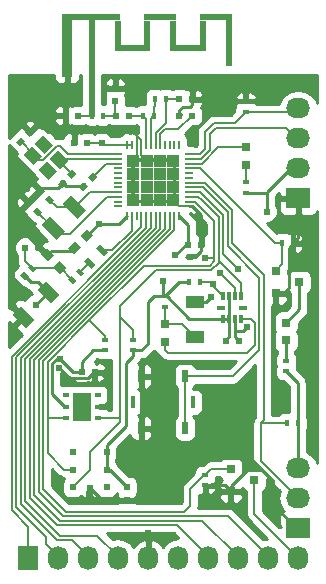
<source format=gtl>
G04 #@! TF.FileFunction,Copper,L1,Top,Signal*
%FSLAX46Y46*%
G04 Gerber Fmt 4.6, Leading zero omitted, Abs format (unit mm)*
G04 Created by KiCad (PCBNEW 0.201506192325+5795~23~ubuntu14.04.1-product) date Wed 04 Nov 2015 20:11:50 GMT*
%MOMM*%
G01*
G04 APERTURE LIST*
%ADD10C,0.100000*%
%ADD11R,0.600000X0.500000*%
%ADD12R,0.500000X0.600000*%
%ADD13R,1.600000X1.000000*%
%ADD14R,2.032000X1.727200*%
%ADD15O,2.032000X1.727200*%
%ADD16R,0.400000X0.600000*%
%ADD17R,0.600000X0.400000*%
%ADD18R,0.600000X1.000000*%
%ADD19R,0.450000X1.000000*%
%ADD20R,0.800000X0.300000*%
%ADD21R,0.300000X0.800000*%
%ADD22R,1.500000X2.400000*%
%ADD23R,0.800100X0.800100*%
%ADD24R,0.900000X4.900000*%
%ADD25R,5.000000X0.500000*%
%ADD26R,0.500000X4.900000*%
%ADD27R,0.500000X2.640000*%
%ADD28R,2.000000X0.500000*%
%ADD29R,2.700000X0.500000*%
%ADD30R,0.500000X3.940000*%
%ADD31R,1.727200X2.032000*%
%ADD32O,1.727200X2.032000*%
%ADD33R,0.200000X0.800000*%
%ADD34R,0.800000X0.200000*%
%ADD35R,1.112500X1.112500*%
%ADD36R,0.797560X0.797560*%
%ADD37C,0.609600*%
%ADD38C,0.200000*%
%ADD39C,0.254000*%
%ADD40C,0.500000*%
%ADD41C,0.152400*%
G04 APERTURE END LIST*
D10*
G36*
X134790264Y-86725182D02*
X135143818Y-87078736D01*
X134719554Y-87503000D01*
X134366000Y-87149446D01*
X134790264Y-86725182D01*
X134790264Y-86725182D01*
G37*
G36*
X134012446Y-87503000D02*
X134366000Y-87856554D01*
X133941736Y-88280818D01*
X133588182Y-87927264D01*
X134012446Y-87503000D01*
X134012446Y-87503000D01*
G37*
G36*
X137497736Y-91836818D02*
X137144182Y-91483264D01*
X137568446Y-91059000D01*
X137922000Y-91412554D01*
X137497736Y-91836818D01*
X137497736Y-91836818D01*
G37*
G36*
X138275554Y-91059000D02*
X137922000Y-90705446D01*
X138346264Y-90281182D01*
X138699818Y-90634736D01*
X138275554Y-91059000D01*
X138275554Y-91059000D01*
G37*
D11*
X147405000Y-84328000D03*
X148505000Y-84328000D03*
D12*
X141986000Y-84497000D03*
X141986000Y-83397000D03*
D11*
X143171000Y-85725000D03*
X142071000Y-85725000D03*
X138853000Y-85725000D03*
X137753000Y-85725000D03*
D10*
G36*
X140124264Y-90535182D02*
X140477818Y-90888736D01*
X140053554Y-91313000D01*
X139700000Y-90959446D01*
X140124264Y-90535182D01*
X140124264Y-90535182D01*
G37*
G36*
X139346446Y-91313000D02*
X139700000Y-91666554D01*
X139275736Y-92090818D01*
X138922182Y-91737264D01*
X139346446Y-91313000D01*
X139346446Y-91313000D01*
G37*
D11*
X139615000Y-88011000D03*
X138515000Y-88011000D03*
X148505000Y-85725000D03*
X147405000Y-85725000D03*
X148167000Y-96647000D03*
X149267000Y-96647000D03*
D12*
X143002000Y-117179000D03*
X143002000Y-118279000D03*
D11*
X151342000Y-104775000D03*
X152442000Y-104775000D03*
D13*
X148717000Y-104497000D03*
X148717000Y-101497000D03*
D11*
X139150000Y-107442000D03*
X140250000Y-107442000D03*
D10*
G36*
X135239182Y-92031736D02*
X135592736Y-91678182D01*
X136017000Y-92102446D01*
X135663446Y-92456000D01*
X135239182Y-92031736D01*
X135239182Y-92031736D01*
G37*
G36*
X136017000Y-92809554D02*
X136370554Y-92456000D01*
X136794818Y-92880264D01*
X136441264Y-93233818D01*
X136017000Y-92809554D01*
X136017000Y-92809554D01*
G37*
G36*
X134223182Y-93047736D02*
X134576736Y-92694182D01*
X135001000Y-93118446D01*
X134647446Y-93472000D01*
X134223182Y-93047736D01*
X134223182Y-93047736D01*
G37*
G36*
X135001000Y-93825554D02*
X135354554Y-93472000D01*
X135778818Y-93896264D01*
X135425264Y-94249818D01*
X135001000Y-93825554D01*
X135001000Y-93825554D01*
G37*
D14*
X157480000Y-92710000D03*
D15*
X157480000Y-90170000D03*
X157480000Y-87630000D03*
X157480000Y-85090000D03*
D10*
G36*
X134867487Y-98261249D02*
X135291751Y-98685513D01*
X135008909Y-98968355D01*
X134584645Y-98544091D01*
X134867487Y-98261249D01*
X134867487Y-98261249D01*
G37*
G36*
X134231091Y-98897645D02*
X134655355Y-99321909D01*
X134372513Y-99604751D01*
X133948249Y-99180487D01*
X134231091Y-98897645D01*
X134231091Y-98897645D01*
G37*
D16*
X157422000Y-111760000D03*
X156522000Y-111760000D03*
D17*
X153035000Y-84513000D03*
X153035000Y-85413000D03*
D16*
X156141000Y-96520000D03*
X157041000Y-96520000D03*
D17*
X156464000Y-107384000D03*
X156464000Y-106484000D03*
X143510000Y-105606000D03*
X143510000Y-104706000D03*
X141097000Y-105606000D03*
X141097000Y-104706000D03*
D16*
X148267000Y-99822000D03*
X149167000Y-99822000D03*
D17*
X146177000Y-101023000D03*
X146177000Y-101923000D03*
X149606000Y-116136000D03*
X149606000Y-117036000D03*
X153035000Y-92271000D03*
X153035000Y-91371000D03*
D18*
X144200000Y-107782000D03*
X147900000Y-107782000D03*
X144200000Y-112182000D03*
X147900000Y-112182000D03*
D19*
X143525000Y-109982000D03*
X148575000Y-109982000D03*
D14*
X157480000Y-120650000D03*
D15*
X157480000Y-118110000D03*
X157480000Y-115570000D03*
D12*
X138377000Y-114197000D03*
X138377000Y-115697000D03*
X138377000Y-117197000D03*
X141277000Y-117197000D03*
X141277000Y-115697000D03*
X141277000Y-114197000D03*
D11*
X139827000Y-117247000D03*
D20*
X152842000Y-101981000D03*
X150942000Y-101981000D03*
D21*
X152642000Y-101031000D03*
X152142000Y-101031000D03*
X151642000Y-101031000D03*
X151142000Y-101031000D03*
X152642000Y-102931000D03*
X152142000Y-102931000D03*
X151642000Y-102931000D03*
X151142000Y-102931000D03*
D22*
X139192000Y-110363000D03*
D17*
X140542000Y-111363000D03*
X140542000Y-110363000D03*
X140542000Y-109363000D03*
X137842000Y-109363000D03*
X137842000Y-110363000D03*
X137842000Y-111363000D03*
D10*
G36*
X134270167Y-89033512D02*
X134977273Y-88326406D01*
X135825801Y-89174934D01*
X135118695Y-89882040D01*
X134270167Y-89033512D01*
X134270167Y-89033512D01*
G37*
G36*
X136462199Y-89387066D02*
X137169305Y-88679960D01*
X138017833Y-89528488D01*
X137310727Y-90235594D01*
X136462199Y-89387066D01*
X136462199Y-89387066D01*
G37*
G36*
X135542960Y-90306305D02*
X136250066Y-89599199D01*
X137098594Y-90447727D01*
X136391488Y-91154833D01*
X135542960Y-90306305D01*
X135542960Y-90306305D01*
G37*
G36*
X135189406Y-88114273D02*
X135896512Y-87407167D01*
X136745040Y-88255695D01*
X136037934Y-88962801D01*
X135189406Y-88114273D01*
X135189406Y-88114273D01*
G37*
G36*
X136501274Y-94254934D02*
X137774066Y-95527726D01*
X137066960Y-96234832D01*
X135794168Y-94962040D01*
X136501274Y-94254934D01*
X136501274Y-94254934D01*
G37*
G36*
X138269040Y-92487168D02*
X139541832Y-93759960D01*
X138834726Y-94467066D01*
X137561934Y-93194274D01*
X138269040Y-92487168D01*
X138269040Y-92487168D01*
G37*
G36*
X136103528Y-99747101D02*
X137234899Y-100878472D01*
X136527792Y-101585579D01*
X135396421Y-100454208D01*
X136103528Y-99747101D01*
X136103528Y-99747101D01*
G37*
G36*
X133982208Y-101868421D02*
X135113579Y-102999792D01*
X134406472Y-103706899D01*
X133275101Y-102575528D01*
X133982208Y-101868421D01*
X133982208Y-101868421D01*
G37*
D23*
X155590240Y-98872000D03*
X155590240Y-100772000D03*
X157589220Y-99822000D03*
X151780240Y-115636000D03*
X151780240Y-117536000D03*
X153779220Y-116586000D03*
D10*
G36*
X139613008Y-95314662D02*
X140143338Y-95844992D01*
X139577652Y-96410678D01*
X139047322Y-95880348D01*
X139613008Y-95314662D01*
X139613008Y-95314662D01*
G37*
G36*
X138552348Y-96375322D02*
X139082678Y-96905652D01*
X138516992Y-97471338D01*
X137986662Y-96941008D01*
X138552348Y-96375322D01*
X138552348Y-96375322D01*
G37*
G36*
X137857338Y-98592008D02*
X137327008Y-99122338D01*
X136761322Y-98556652D01*
X137291652Y-98026322D01*
X137857338Y-98592008D01*
X137857338Y-98592008D01*
G37*
G36*
X136796678Y-97531348D02*
X136266348Y-98061678D01*
X135700662Y-97495992D01*
X136230992Y-96965662D01*
X136796678Y-97531348D01*
X136796678Y-97531348D01*
G37*
D16*
X144330000Y-85725000D03*
X145230000Y-85725000D03*
X145346000Y-84328000D03*
X146246000Y-84328000D03*
X140912000Y-85725000D03*
X140012000Y-85725000D03*
D10*
G36*
X140723909Y-96637695D02*
X141360305Y-97274091D01*
X141006751Y-97627645D01*
X140370355Y-96991249D01*
X140723909Y-96637695D01*
X140723909Y-96637695D01*
G37*
G36*
X139663249Y-97698355D02*
X140299645Y-98334751D01*
X139946091Y-98688305D01*
X139309695Y-98051909D01*
X139663249Y-97698355D01*
X139663249Y-97698355D01*
G37*
G36*
X138931487Y-98642249D02*
X139355751Y-99066513D01*
X139072909Y-99349355D01*
X138648645Y-98925091D01*
X138931487Y-98642249D01*
X138931487Y-98642249D01*
G37*
G36*
X138295091Y-99278645D02*
X138719355Y-99702909D01*
X138436513Y-99985751D01*
X138012249Y-99561487D01*
X138295091Y-99278645D01*
X138295091Y-99278645D01*
G37*
D24*
X137906760Y-79993440D03*
D25*
X139956760Y-77377640D03*
D26*
X140006760Y-80077640D03*
D27*
X142206760Y-78947640D03*
X144706760Y-78947640D03*
D28*
X143456760Y-80017640D03*
D29*
X145806760Y-77377640D03*
X150506760Y-77377640D03*
D27*
X146906760Y-78947640D03*
X149406760Y-78947640D03*
D28*
X148156760Y-80017640D03*
D30*
X151606760Y-79597640D03*
D31*
X134620000Y-123190000D03*
D32*
X137160000Y-123190000D03*
X139700000Y-123190000D03*
X142240000Y-123190000D03*
X144780000Y-123190000D03*
X147320000Y-123190000D03*
X149860000Y-123190000D03*
X152400000Y-123190000D03*
X154940000Y-123190000D03*
X157480000Y-123190000D03*
D33*
X143000000Y-94200000D03*
X143400000Y-94200000D03*
X143800000Y-94200000D03*
X144200000Y-94200000D03*
X144600000Y-94200000D03*
X145000000Y-94200000D03*
X145400000Y-94200000D03*
X145800000Y-94200000D03*
X146200000Y-94200000D03*
X146600000Y-94200000D03*
X147000000Y-94200000D03*
X147400000Y-94200000D03*
D34*
X148200000Y-93400000D03*
X148200000Y-93000000D03*
X148200000Y-92600000D03*
X148200000Y-92200000D03*
X148200000Y-91800000D03*
X148200000Y-91400000D03*
X148200000Y-91000000D03*
X148200000Y-90600000D03*
X148200000Y-90200000D03*
X148200000Y-89800000D03*
X148200000Y-89400000D03*
X148200000Y-89000000D03*
D33*
X147400000Y-88200000D03*
X147000000Y-88200000D03*
X146600000Y-88200000D03*
X146200000Y-88200000D03*
X145800000Y-88200000D03*
X145400000Y-88200000D03*
X145000000Y-88200000D03*
X144600000Y-88200000D03*
X144200000Y-88200000D03*
X143800000Y-88200000D03*
X143400000Y-88200000D03*
X143000000Y-88200000D03*
D34*
X142200000Y-89000000D03*
X142200000Y-89400000D03*
X142200000Y-89800000D03*
X142200000Y-90200000D03*
X142200000Y-90600000D03*
X142200000Y-91000000D03*
X142200000Y-91400000D03*
X142200000Y-91800000D03*
X142200000Y-92200000D03*
X142200000Y-92600000D03*
X142200000Y-93000000D03*
X142200000Y-93400000D03*
D35*
X146868750Y-89531250D03*
X145756250Y-89531250D03*
X144643750Y-89531250D03*
X143531250Y-89531250D03*
X146868750Y-90643750D03*
X145756250Y-90643750D03*
X144643750Y-90643750D03*
X143531250Y-90643750D03*
X146868750Y-91756250D03*
X145756250Y-91756250D03*
X144643750Y-91756250D03*
X143531250Y-91756250D03*
X146868750Y-92868750D03*
X145756250Y-92868750D03*
X144643750Y-92868750D03*
X143531250Y-92868750D03*
D36*
X153035000Y-89903300D03*
X153035000Y-88404700D03*
X146177000Y-103390700D03*
X146177000Y-104889300D03*
X156464000Y-104762300D03*
X156464000Y-103263700D03*
D37*
X146868750Y-92868750D03*
X146868750Y-90643750D03*
X146868750Y-89531250D03*
X146868750Y-91756250D03*
X145756250Y-89531250D03*
X145756250Y-92868750D03*
X145756250Y-90643750D03*
X145756250Y-91756250D03*
X144643750Y-92868750D03*
X144643750Y-90643750D03*
X144643750Y-89531250D03*
X144643750Y-91756250D03*
X143531250Y-92868750D03*
X143531250Y-90643750D03*
X143531250Y-91756250D03*
X143531250Y-89531250D03*
X148100000Y-83100000D03*
X149700000Y-83100000D03*
X146500000Y-83100000D03*
X144900000Y-83100000D03*
X143300000Y-83400000D03*
X141200000Y-83400000D03*
X138700000Y-83400000D03*
X136800000Y-83400000D03*
X135800000Y-84700000D03*
X134800000Y-83300000D03*
X137236210Y-107074395D03*
X139573000Y-118364000D03*
X144780000Y-121031000D03*
X134747000Y-91186000D03*
X155575000Y-101981000D03*
X153162000Y-103632000D03*
X150114000Y-101092000D03*
X148336000Y-97663000D03*
X151384000Y-84455000D03*
X143764000Y-86868000D03*
X137287000Y-106299000D03*
X135255000Y-101727000D03*
X140589000Y-94869000D03*
X154813000Y-93853000D03*
X146050000Y-99695000D03*
X147066000Y-97536000D03*
X134366002Y-96901000D03*
X140843000Y-88011000D03*
X150876000Y-99060000D03*
X149606000Y-97790000D03*
X152400000Y-98679000D03*
X150241000Y-99949000D03*
D38*
X144200000Y-88200000D02*
X144200000Y-87812000D01*
X144200000Y-87812000D02*
X143800000Y-87412000D01*
X144200000Y-88200000D02*
X144200000Y-89087500D01*
X144200000Y-89087500D02*
X144643750Y-89531250D01*
X148200000Y-93400000D02*
X147400000Y-93400000D01*
X147400000Y-93400000D02*
X146868750Y-92868750D01*
X143800000Y-88200000D02*
X143800000Y-89262500D01*
X143800000Y-89262500D02*
X143531250Y-89531250D01*
X143800000Y-89262500D02*
X143531250Y-89531250D01*
X143800000Y-88200000D02*
X143800000Y-87412000D01*
X143800000Y-87412000D02*
X143510000Y-87122000D01*
D39*
X149700000Y-83100000D02*
X150029000Y-83100000D01*
X150029000Y-83100000D02*
X151384000Y-84455000D01*
X148100000Y-83100000D02*
X148505000Y-83505000D01*
X148505000Y-83505000D02*
X148505000Y-84328000D01*
X146500000Y-83100000D02*
X148100000Y-83100000D01*
X143600000Y-83100000D02*
X144900000Y-83100000D01*
X143300000Y-83400000D02*
X143600000Y-83100000D01*
X141986000Y-83397000D02*
X141983000Y-83400000D01*
X141983000Y-83400000D02*
X141200000Y-83400000D01*
X138700000Y-83400000D02*
X136800000Y-83400000D01*
X135800000Y-84700000D02*
X135800000Y-84600000D01*
X135800000Y-84600000D02*
X134800000Y-83300000D01*
X137906760Y-80093440D02*
X137909300Y-85568700D01*
X137909300Y-85568700D02*
X137753000Y-85725000D01*
D40*
X137750460Y-80249740D02*
X137906760Y-80093440D01*
D39*
X137720760Y-80363640D02*
X137906760Y-80177640D01*
X140250000Y-107442000D02*
X140200000Y-107442000D01*
X140200000Y-107442000D02*
X139670599Y-107971401D01*
X139670599Y-107971401D02*
X138133216Y-107971401D01*
X138133216Y-107971401D02*
X137236210Y-107074395D01*
X139573000Y-118364000D02*
X139573000Y-117501000D01*
X139573000Y-117501000D02*
X139827000Y-117247000D01*
X144780000Y-123190000D02*
X144780000Y-121031000D01*
X153416000Y-114681000D02*
X147876641Y-114681000D01*
X143002000Y-118279000D02*
X143506000Y-118279000D01*
X147876641Y-114681000D02*
X147253000Y-114681000D01*
X143506000Y-118279000D02*
X147104000Y-114681000D01*
X147104000Y-114681000D02*
X147876641Y-114681000D01*
X154956580Y-116221580D02*
X155321000Y-116586000D01*
X154432000Y-115697000D02*
X154956580Y-116221580D01*
X154956580Y-116221580D02*
X153416000Y-114681000D01*
X147253000Y-114681000D02*
X144754000Y-112182000D01*
X144754000Y-112182000D02*
X144200000Y-112182000D01*
X144780000Y-123190000D02*
X144780000Y-122809000D01*
X151780240Y-117536000D02*
X151780240Y-117078760D01*
X155321000Y-118643400D02*
X157327600Y-120650000D01*
X151780240Y-117078760D02*
X153162000Y-115697000D01*
X153162000Y-115697000D02*
X154432000Y-115697000D01*
X155321000Y-116586000D02*
X155321000Y-118643400D01*
X157327600Y-120650000D02*
X157480000Y-120650000D01*
X149606000Y-117036000D02*
X151280240Y-117036000D01*
X151280240Y-117036000D02*
X151780240Y-117536000D01*
X139827000Y-117247000D02*
X139877000Y-117247000D01*
X139877000Y-117247000D02*
X140909000Y-118279000D01*
X140909000Y-118279000D02*
X142498000Y-118279000D01*
X142498000Y-118279000D02*
X143002000Y-118279000D01*
X144200000Y-107782000D02*
X144200000Y-112182000D01*
X140250000Y-107442000D02*
X140716000Y-107442000D01*
X140716000Y-107442000D02*
X141351000Y-108077000D01*
X141351000Y-108077000D02*
X141351000Y-109982000D01*
X141351000Y-109982000D02*
X140970000Y-110363000D01*
X140970000Y-110363000D02*
X140542000Y-110363000D01*
X135628091Y-92067091D02*
X134747000Y-91186000D01*
X133350000Y-94345182D02*
X133350000Y-94615000D01*
X133350000Y-94615000D02*
X136248670Y-97513670D01*
X134612091Y-93083091D02*
X133350000Y-94345182D01*
X133350000Y-94345182D02*
X133350000Y-101943320D01*
X133350000Y-101943320D02*
X133694341Y-102287661D01*
X133694341Y-102287661D02*
X134194340Y-102787660D01*
X135628091Y-92067091D02*
X134612091Y-93083091D01*
X155590240Y-100772000D02*
X155590240Y-101965760D01*
X155590240Y-101965760D02*
X155575000Y-101981000D01*
X157041000Y-96520000D02*
X157041000Y-96620000D01*
X157041000Y-96620000D02*
X156718000Y-96943000D01*
X156718000Y-96943000D02*
X156718000Y-100298290D01*
X156718000Y-100298290D02*
X156244290Y-100772000D01*
X156244290Y-100772000D02*
X155590240Y-100772000D01*
X152142000Y-103969243D02*
X152142000Y-104475000D01*
X152142000Y-102931000D02*
X152142000Y-103969243D01*
X152142000Y-103969243D02*
X152824757Y-103969243D01*
X152824757Y-103969243D02*
X153162000Y-103632000D01*
X152142000Y-104475000D02*
X152442000Y-104775000D01*
X148717000Y-101497000D02*
X149709000Y-101497000D01*
X149709000Y-101497000D02*
X150114000Y-101092000D01*
X148755000Y-97663000D02*
X148336000Y-97663000D01*
X149267000Y-96647000D02*
X149267000Y-97151000D01*
X149267000Y-97151000D02*
X148755000Y-97663000D01*
X157480000Y-92710000D02*
X157480000Y-96081000D01*
X157480000Y-96081000D02*
X157041000Y-96520000D01*
X149267000Y-94167000D02*
X148500000Y-93400000D01*
X148500000Y-93400000D02*
X148200000Y-93400000D01*
X149267000Y-96647000D02*
X149267000Y-94167000D01*
X148505000Y-84328000D02*
X148505000Y-84794000D01*
X148505000Y-84794000D02*
X148336000Y-84963000D01*
X148336000Y-84963000D02*
X147701000Y-84963000D01*
X147701000Y-84963000D02*
X147405000Y-85259000D01*
X147405000Y-85259000D02*
X147405000Y-85725000D01*
X148505000Y-84328000D02*
X151257000Y-84328000D01*
D41*
X151257000Y-84328000D02*
X151384000Y-84455000D01*
D39*
X151384000Y-84455000D02*
X151442000Y-84513000D01*
X153035000Y-84513000D02*
X151442000Y-84513000D01*
X143510000Y-87122000D02*
X143764000Y-86868000D01*
X143510000Y-87122000D02*
X143002000Y-87122000D01*
X137753000Y-85725000D02*
X137753000Y-86699000D01*
X137753000Y-86699000D02*
X138176000Y-87122000D01*
X139065000Y-87122000D02*
X138176000Y-87122000D01*
X138176000Y-87122000D02*
X136271000Y-87122000D01*
X135255000Y-86614000D02*
X134754909Y-87114091D01*
X135763000Y-86614000D02*
X135255000Y-86614000D01*
X136271000Y-87122000D02*
X135763000Y-86614000D01*
X138515000Y-88011000D02*
X138515000Y-87418000D01*
D41*
X138811000Y-87122000D02*
X139065000Y-87122000D01*
D39*
X139065000Y-87122000D02*
X143002000Y-87122000D01*
X138515000Y-87418000D02*
X138811000Y-87122000D01*
X136248670Y-97513670D02*
X136607340Y-97155000D01*
X136607340Y-97155000D02*
X138303000Y-97155000D01*
D41*
X138303000Y-97155000D02*
X138534670Y-96923330D01*
D39*
X137533091Y-91447909D02*
X137160000Y-91821000D01*
X135874182Y-91821000D02*
X135628091Y-92067091D01*
X137160000Y-91821000D02*
X135874182Y-91821000D01*
X139311091Y-91701909D02*
X137787091Y-91701909D01*
X137787091Y-91701909D02*
X137533091Y-91447909D01*
X148167000Y-96647000D02*
X148167000Y-94967000D01*
X148167000Y-94967000D02*
X147400000Y-94200000D01*
X140589000Y-94869000D02*
X142331000Y-94869000D01*
X142331000Y-94869000D02*
X143000000Y-94200000D01*
X137842000Y-110363000D02*
X137742000Y-110363000D01*
X137742000Y-110363000D02*
X136652000Y-109273000D01*
X136652000Y-109273000D02*
X136652000Y-106680000D01*
X136652000Y-106680000D02*
X137033000Y-106299000D01*
X137033000Y-106299000D02*
X137287000Y-106299000D01*
X138430000Y-107442000D02*
X137591799Y-106603799D01*
X139150000Y-107442000D02*
X138430000Y-107442000D01*
X137591799Y-106603799D02*
X137287000Y-106299000D01*
X143510000Y-105606000D02*
X143510000Y-106060000D01*
X141277000Y-113643000D02*
X141277000Y-114197000D01*
X143510000Y-106060000D02*
X142875000Y-106695000D01*
X142875000Y-106695000D02*
X142875000Y-112045000D01*
X142875000Y-112045000D02*
X141277000Y-113643000D01*
X141277000Y-115697000D02*
X141520000Y-115697000D01*
X141520000Y-115697000D02*
X143002000Y-117179000D01*
X141277000Y-114197000D02*
X141277000Y-115697000D01*
X136315660Y-100666340D02*
X135255000Y-101727000D01*
X134301802Y-99251198D02*
X134872604Y-99822000D01*
X134872604Y-99822000D02*
X135471320Y-99822000D01*
X135471320Y-99822000D02*
X136315660Y-100666340D01*
X139595330Y-95862670D02*
X140589000Y-94869000D01*
X154813000Y-93853000D02*
X154813000Y-92202000D01*
X154813000Y-92202000D02*
X156845000Y-90170000D01*
X156845000Y-90170000D02*
X157480000Y-90170000D01*
X154813000Y-93853000D02*
X154813000Y-92271000D01*
X154813000Y-92271000D02*
X153035000Y-92271000D01*
X146050000Y-99695000D02*
X146050000Y-100896000D01*
X146050000Y-100896000D02*
X146177000Y-101023000D01*
X147955000Y-96647000D02*
X147066000Y-97536000D01*
X151642000Y-104475000D02*
X151642000Y-101031000D01*
D41*
X151342000Y-104775000D02*
X151642000Y-104475000D01*
X151142000Y-102931000D02*
X151642000Y-102931000D01*
D39*
X148270000Y-102931000D02*
X151642000Y-102931000D01*
X146362000Y-101023000D02*
X148270000Y-102931000D01*
D41*
X146177000Y-101023000D02*
X146362000Y-101023000D01*
D39*
X147378000Y-99822000D02*
X148267000Y-99822000D01*
X146177000Y-101023000D02*
X147378000Y-99822000D01*
D41*
X157422000Y-115512000D02*
X157480000Y-115570000D01*
D39*
X157422000Y-111760000D02*
X157422000Y-115512000D01*
X139150000Y-106595000D02*
X140139000Y-105606000D01*
X140139000Y-105606000D02*
X141097000Y-105606000D01*
X139150000Y-107442000D02*
X139150000Y-106595000D01*
X145230000Y-101023000D02*
X144780000Y-101473000D01*
X144780000Y-101473000D02*
X144780000Y-105029000D01*
X144780000Y-105029000D02*
X144203000Y-105606000D01*
X144203000Y-105606000D02*
X143510000Y-105606000D01*
X146177000Y-101023000D02*
X145230000Y-101023000D01*
X157422000Y-108342000D02*
X157422000Y-111760000D01*
X156464000Y-107384000D02*
X157422000Y-108342000D01*
D41*
X142200000Y-89000000D02*
X138000000Y-89000000D01*
X135900000Y-89500000D02*
X135443761Y-89500000D01*
X137100000Y-88300000D02*
X135900000Y-89500000D01*
X137300000Y-88300000D02*
X137100000Y-88300000D01*
X138000000Y-89000000D02*
X137300000Y-88300000D01*
X135443761Y-89500000D02*
X135047984Y-89104223D01*
X135047984Y-89104223D02*
X135047984Y-88962802D01*
X135047984Y-88962802D02*
X133977091Y-87891909D01*
X135224761Y-89281000D02*
X135047984Y-89104223D01*
X135224761Y-89281000D02*
X135047984Y-89104223D01*
X142200000Y-89400000D02*
X137297793Y-89400000D01*
X137297793Y-89400000D02*
X137240016Y-89457777D01*
X137240016Y-89457777D02*
X137240016Y-89599198D01*
X137240016Y-89599198D02*
X138310909Y-90670091D01*
X137253793Y-89444000D02*
X137240016Y-89457777D01*
X146246000Y-84328000D02*
X146246000Y-86354000D01*
X145400000Y-87200000D02*
X145400000Y-88200000D01*
X146246000Y-86354000D02*
X145400000Y-87200000D01*
X146246000Y-84328000D02*
X147405000Y-84328000D01*
X141986000Y-85640000D02*
X142071000Y-85725000D01*
X141986000Y-84497000D02*
X141986000Y-85640000D01*
X140912000Y-85725000D02*
X142071000Y-85725000D01*
X144330000Y-85725000D02*
X144600000Y-85995000D01*
X144600000Y-85995000D02*
X144600000Y-88200000D01*
X144330000Y-85725000D02*
X143171000Y-85725000D01*
D40*
X140009460Y-80180340D02*
X140006760Y-80177640D01*
D41*
X139979760Y-80445640D02*
X140006760Y-80418640D01*
X138853000Y-85725000D02*
X140012000Y-85725000D01*
X140006760Y-85719760D02*
X140012000Y-85725000D01*
D40*
X140006760Y-80177640D02*
X140006760Y-85719760D01*
D41*
X141213000Y-89800000D02*
X141888000Y-89800000D01*
X140088909Y-90924091D02*
X141213000Y-89800000D01*
X143400000Y-88200000D02*
X143000000Y-88200000D01*
X143000000Y-88200000D02*
X141032000Y-88200000D01*
X141032000Y-88200000D02*
X140843000Y-88011000D01*
X134938198Y-98614802D02*
X137268858Y-98614802D01*
X137268858Y-98614802D02*
X137309330Y-98574330D01*
X134366002Y-96901000D02*
X134366002Y-98042606D01*
X134366002Y-98042606D02*
X134938198Y-98614802D01*
X139615000Y-88011000D02*
X140843000Y-88011000D01*
X137309330Y-98574330D02*
X137309330Y-98575726D01*
X137309330Y-98575726D02*
X138365802Y-99632198D01*
X148505000Y-85725000D02*
X147330000Y-86900000D01*
X145800000Y-87300000D02*
X145800000Y-88200000D01*
X146200000Y-86900000D02*
X145800000Y-87300000D01*
X147330000Y-86900000D02*
X146200000Y-86900000D01*
X147610700Y-103390700D02*
X148717000Y-104497000D01*
X146177000Y-103390700D02*
X146177000Y-101923000D01*
X146177000Y-103390700D02*
X147610700Y-103390700D01*
X138551883Y-93477117D02*
X139829000Y-92200000D01*
X139829000Y-92200000D02*
X142088000Y-92200000D01*
X136405909Y-92844909D02*
X137038117Y-93477117D01*
X137038117Y-93477117D02*
X138551883Y-93477117D01*
X136784117Y-95244883D02*
X137284116Y-95744882D01*
X137284116Y-95744882D02*
X138189118Y-95744882D01*
X138189118Y-95744882D02*
X141334000Y-92600000D01*
X141334000Y-92600000D02*
X141988000Y-92600000D01*
X135389909Y-93860909D02*
X136773883Y-95244883D01*
X136773883Y-95244883D02*
X136784117Y-95244883D01*
D39*
X157589220Y-99822000D02*
X157589220Y-102138480D01*
X157589220Y-102138480D02*
X156464000Y-103263700D01*
X156464000Y-104762300D02*
X156464000Y-106484000D01*
D41*
X153035000Y-88404700D02*
X150695300Y-88404700D01*
X149300000Y-89800000D02*
X148200000Y-89800000D01*
X150695300Y-88404700D02*
X149300000Y-89800000D01*
X153022300Y-88392000D02*
X153035000Y-88404700D01*
X145230000Y-85725000D02*
X145000000Y-85955000D01*
X145000000Y-85955000D02*
X145000000Y-88200000D01*
X145230000Y-85021000D02*
X145346000Y-84905000D01*
X145346000Y-84905000D02*
X145346000Y-84328000D01*
X145230000Y-85725000D02*
X145230000Y-85021000D01*
X143400000Y-95487000D02*
X143400000Y-94194000D01*
X140865330Y-97132670D02*
X141754330Y-97132670D01*
X141754330Y-97132670D02*
X143400000Y-95487000D01*
X139002198Y-98995802D02*
X139804670Y-98193330D01*
X156464000Y-86741000D02*
X150495000Y-86741000D01*
X150495000Y-86741000D02*
X149987000Y-87249000D01*
X149987000Y-87249000D02*
X149987000Y-88646000D01*
X149987000Y-88646000D02*
X149233000Y-89400000D01*
X157607000Y-87884000D02*
X156464000Y-86741000D01*
X149233000Y-89400000D02*
X148188000Y-89400000D01*
X157157000Y-85413000D02*
X157480000Y-85090000D01*
X153035000Y-85413000D02*
X157157000Y-85413000D01*
X152088000Y-86360000D02*
X153035000Y-85413000D01*
X150368000Y-86360000D02*
X149606000Y-87122000D01*
X149606000Y-87122000D02*
X149606000Y-88519000D01*
X149606000Y-88519000D02*
X149125000Y-89000000D01*
X148088000Y-89000000D02*
X149125000Y-89000000D01*
X150368000Y-86360000D02*
X152088000Y-86360000D01*
X133604000Y-106202538D02*
X144600000Y-95206538D01*
X137160000Y-123037600D02*
X136144000Y-122021600D01*
X133604000Y-118872000D02*
X136144000Y-121412000D01*
X136144000Y-121412000D02*
X136144000Y-122021600D01*
X133604000Y-106202538D02*
X133604000Y-118872000D01*
X144600000Y-95206538D02*
X144600000Y-94200000D01*
X137160000Y-123037600D02*
X137160000Y-123190000D01*
X133985000Y-106252604D02*
X145000000Y-95237604D01*
X133985000Y-118618000D02*
X137033000Y-121666000D01*
X137033000Y-121666000D02*
X138328400Y-121666000D01*
X133985000Y-106252604D02*
X133985000Y-118618000D01*
X139700000Y-123037600D02*
X138328400Y-121666000D01*
X145000000Y-95237604D02*
X145000000Y-94200000D01*
X139700000Y-123037600D02*
X139700000Y-123190000D01*
X134366000Y-106302670D02*
X145400000Y-95268670D01*
X134366000Y-118364000D02*
X137287000Y-121285000D01*
X137287000Y-121285000D02*
X140487400Y-121285000D01*
X134366000Y-106302670D02*
X134366000Y-118364000D01*
X142240000Y-123037600D02*
X140487400Y-121285000D01*
X145400000Y-95268670D02*
X145400000Y-94200000D01*
X142240000Y-123037600D02*
X142240000Y-123190000D01*
X134747000Y-106352736D02*
X145800000Y-95299736D01*
X149860000Y-123037600D02*
X147218400Y-120396000D01*
X134747000Y-106352736D02*
X134747000Y-118110000D01*
X134747000Y-118110000D02*
X137033000Y-120396000D01*
X137033000Y-120396000D02*
X147218400Y-120396000D01*
X145800000Y-95299736D02*
X145800000Y-94200000D01*
X149860000Y-123037600D02*
X149860000Y-123190000D01*
X135128000Y-106402802D02*
X146200000Y-95330802D01*
X135128000Y-117856000D02*
X137287000Y-120015000D01*
X135128000Y-106402802D02*
X135128000Y-117856000D01*
X152400000Y-123037600D02*
X149377400Y-120015000D01*
X137287000Y-120015000D02*
X149377400Y-120015000D01*
X146200000Y-95330802D02*
X146200000Y-94200000D01*
X152400000Y-123037600D02*
X152400000Y-123190000D01*
X154559000Y-99187000D02*
X154559000Y-111506000D01*
X151892000Y-96520000D02*
X154559000Y-99187000D01*
X149600000Y-91400000D02*
X151892000Y-93692000D01*
X154559000Y-111506000D02*
X154305000Y-111760000D01*
X148288000Y-91400000D02*
X149600000Y-91400000D01*
X151892000Y-93692000D02*
X151892000Y-96520000D01*
X156649000Y-118110000D02*
X157480000Y-118110000D01*
X154305000Y-111760000D02*
X154305000Y-114935000D01*
X154305000Y-114935000D02*
X157480000Y-118110000D01*
X156522000Y-111760000D02*
X154305000Y-111760000D01*
X156141000Y-96520000D02*
X155520000Y-96520000D01*
X149200000Y-90200000D02*
X148200000Y-90200000D01*
X155520000Y-96520000D02*
X149200000Y-90200000D01*
X156141000Y-98321240D02*
X155590240Y-98872000D01*
X156141000Y-96520000D02*
X156141000Y-98321240D01*
X148200000Y-92600000D02*
X149000000Y-92600000D01*
X149297500Y-92897500D02*
X150749000Y-94349000D01*
X150749000Y-94349000D02*
X150749000Y-98044000D01*
X149000000Y-92600000D02*
X149297500Y-92897500D01*
X142367000Y-102743000D02*
X142367000Y-108585000D01*
X142367000Y-101854000D02*
X142367000Y-102743000D01*
X142367000Y-108585000D02*
X142367000Y-108585000D01*
X142367000Y-109347000D02*
X142367000Y-109538000D01*
X142367000Y-108585000D02*
X142367000Y-109347000D01*
X150114000Y-98806000D02*
X145415000Y-98806000D01*
X150749000Y-98171000D02*
X150114000Y-98806000D01*
X145415000Y-98806000D02*
X142367000Y-101854000D01*
X142367000Y-111252000D02*
X142367000Y-109347000D01*
X142367000Y-111363000D02*
X142367000Y-111252000D01*
X140542000Y-111363000D02*
X142367000Y-111363000D01*
X139827000Y-114173000D02*
X139827000Y-115747000D01*
X139827000Y-115747000D02*
X138377000Y-117197000D01*
X142367000Y-111252000D02*
X142367000Y-111633000D01*
X140589000Y-113411000D02*
X142367000Y-111633000D01*
X140589000Y-113411000D02*
X139827000Y-114173000D01*
X152642000Y-101031000D02*
X152642000Y-99937000D01*
X143510000Y-103886000D02*
X142367000Y-102743000D01*
X143510000Y-104706000D02*
X143510000Y-103886000D01*
X150749000Y-98044000D02*
X150749000Y-98171000D01*
X152642000Y-99937000D02*
X150749000Y-98044000D01*
X150368000Y-97917000D02*
X150368000Y-97790000D01*
X148756000Y-93000000D02*
X150368000Y-94612000D01*
X148188000Y-93000000D02*
X148756000Y-93000000D01*
X150368000Y-94612000D02*
X150368000Y-97790000D01*
X149606000Y-97790000D02*
X150368000Y-97790000D01*
X136271000Y-106553000D02*
X139790672Y-103033328D01*
X139790672Y-103033328D02*
X144399000Y-98425000D01*
X141097000Y-104706000D02*
X141097000Y-104353600D01*
X141097000Y-104353600D02*
X139790672Y-103047272D01*
X139790672Y-103047272D02*
X139790672Y-103033328D01*
X137842000Y-111363000D02*
X136287000Y-111363000D01*
X136287000Y-111363000D02*
X136271000Y-111379000D01*
X150368000Y-98044000D02*
X150368000Y-97917000D01*
X136271000Y-111379000D02*
X136271000Y-106553000D01*
X144399000Y-98425000D02*
X149987000Y-98425000D01*
X149987000Y-98425000D02*
X150368000Y-98044000D01*
X136271000Y-111363000D02*
X136271000Y-111379000D01*
X136271000Y-114300000D02*
X137668000Y-115697000D01*
X137668000Y-115697000D02*
X138377000Y-115697000D01*
X136271000Y-111379000D02*
X136271000Y-113665000D01*
X136271000Y-113665000D02*
X136271000Y-114300000D01*
X152146000Y-101027000D02*
X152142000Y-101031000D01*
X152142000Y-100326000D02*
X150876000Y-99060000D01*
X152142000Y-101031000D02*
X152142000Y-100326000D01*
X149167000Y-99822000D02*
X150114000Y-99822000D01*
X150114000Y-99822000D02*
X150241000Y-99949000D01*
X149200000Y-92200000D02*
X151130000Y-94130000D01*
X151130000Y-94130000D02*
X151130000Y-97409000D01*
X151130000Y-97409000D02*
X152400000Y-98679000D01*
X150241000Y-99949000D02*
X150241000Y-100130000D01*
X150241000Y-100130000D02*
X151142000Y-101031000D01*
X148188000Y-92200000D02*
X149200000Y-92200000D01*
X135890000Y-106502934D02*
X147000000Y-95392934D01*
X135890000Y-106502934D02*
X135890000Y-117348000D01*
X137795000Y-119253000D02*
X147828000Y-119253000D01*
X135890000Y-117348000D02*
X137795000Y-119253000D01*
X148336000Y-118745000D02*
X148336000Y-117306000D01*
X147828000Y-119253000D02*
X148336000Y-118745000D01*
X149506000Y-116136000D02*
X148336000Y-117306000D01*
X147000000Y-95392934D02*
X147000000Y-94200000D01*
X149506000Y-116136000D02*
X149606000Y-116136000D01*
X150106000Y-115636000D02*
X151780240Y-115636000D01*
X149606000Y-116136000D02*
X150106000Y-115636000D01*
X148188000Y-91800000D02*
X149400000Y-91800000D01*
X149400000Y-91800000D02*
X151511000Y-93911000D01*
X151511000Y-93911000D02*
X151511000Y-96774000D01*
X151511000Y-96774000D02*
X154178000Y-99441000D01*
X154178000Y-105537000D02*
X151933000Y-107782000D01*
X151933000Y-107782000D02*
X147900000Y-107782000D01*
X154178000Y-99441000D02*
X154178000Y-105537000D01*
X147900000Y-107782000D02*
X147900000Y-112182000D01*
X135509000Y-106452868D02*
X146600000Y-95361868D01*
X154940000Y-123037600D02*
X151536400Y-119634000D01*
X135509000Y-106452868D02*
X135509000Y-117602000D01*
X135509000Y-117602000D02*
X137541000Y-119634000D01*
X137541000Y-119634000D02*
X151536400Y-119634000D01*
X146600000Y-95361868D02*
X146600000Y-94200000D01*
X154940000Y-123037600D02*
X154940000Y-123190000D01*
X144200000Y-94200000D02*
X144200000Y-95175472D01*
X134620000Y-120523000D02*
X134620000Y-122021600D01*
X133223000Y-119126000D02*
X134620000Y-120523000D01*
X133223000Y-106152472D02*
X133223000Y-119126000D01*
X134620000Y-122021600D02*
X134620000Y-123190000D01*
X144200000Y-95175472D02*
X133223000Y-106152472D01*
X153779220Y-116586000D02*
X153779220Y-119489220D01*
X153779220Y-119489220D02*
X156311600Y-122021600D01*
X156311600Y-122021600D02*
X157480000Y-123190000D01*
X146177000Y-104889300D02*
X146177000Y-105537000D01*
X146177000Y-105537000D02*
X146431000Y-105791000D01*
X146431000Y-105791000D02*
X153162000Y-105791000D01*
X153162000Y-105791000D02*
X153797000Y-105156000D01*
X153797000Y-103251000D02*
X153477000Y-102931000D01*
X153797000Y-105156000D02*
X153797000Y-103251000D01*
X153477000Y-102931000D02*
X152642000Y-102931000D01*
X153035000Y-89903300D02*
X153035000Y-91371000D01*
D39*
G36*
X147324078Y-121507466D02*
X147320000Y-121506655D01*
X146746511Y-121620729D01*
X146260330Y-121945585D01*
X146053539Y-122255069D01*
X145682036Y-121839268D01*
X145154791Y-121585291D01*
X145139026Y-121582642D01*
X144907000Y-121703783D01*
X144907000Y-123063000D01*
X144927000Y-123063000D01*
X144927000Y-123317000D01*
X144907000Y-123317000D01*
X144907000Y-123337000D01*
X144653000Y-123337000D01*
X144653000Y-123317000D01*
X144633000Y-123317000D01*
X144633000Y-123063000D01*
X144653000Y-123063000D01*
X144653000Y-121703783D01*
X144420974Y-121582642D01*
X144405209Y-121585291D01*
X143877964Y-121839268D01*
X143506461Y-122255069D01*
X143299670Y-121945585D01*
X142813489Y-121620729D01*
X142240000Y-121506655D01*
X141801973Y-121593784D01*
X141315388Y-121107200D01*
X146923812Y-121107200D01*
X147324078Y-121507466D01*
X147324078Y-121507466D01*
G37*
X147324078Y-121507466D02*
X147320000Y-121506655D01*
X146746511Y-121620729D01*
X146260330Y-121945585D01*
X146053539Y-122255069D01*
X145682036Y-121839268D01*
X145154791Y-121585291D01*
X145139026Y-121582642D01*
X144907000Y-121703783D01*
X144907000Y-123063000D01*
X144927000Y-123063000D01*
X144927000Y-123317000D01*
X144907000Y-123317000D01*
X144907000Y-123337000D01*
X144653000Y-123337000D01*
X144653000Y-123317000D01*
X144633000Y-123317000D01*
X144633000Y-123063000D01*
X144653000Y-123063000D01*
X144653000Y-121703783D01*
X144420974Y-121582642D01*
X144405209Y-121585291D01*
X143877964Y-121839268D01*
X143506461Y-122255069D01*
X143299670Y-121945585D01*
X142813489Y-121620729D01*
X142240000Y-121506655D01*
X141801973Y-121593784D01*
X141315388Y-121107200D01*
X146923812Y-121107200D01*
X147324078Y-121507466D01*
G36*
X150919517Y-116490977D02*
X150919517Y-116490977D01*
X151055825Y-116582987D01*
X151020491Y-116597623D01*
X150841863Y-116776252D01*
X150745190Y-117009641D01*
X150745190Y-117250250D01*
X150903940Y-117409000D01*
X151653240Y-117409000D01*
X151653240Y-117389000D01*
X151907240Y-117389000D01*
X151907240Y-117409000D01*
X152656540Y-117409000D01*
X152801963Y-117263577D01*
X152918497Y-117440977D01*
X153068020Y-117541907D01*
X153068020Y-119489220D01*
X153122157Y-119761385D01*
X153276326Y-119992114D01*
X154815610Y-121531398D01*
X154501973Y-121593784D01*
X152039294Y-119131106D01*
X151808565Y-118976937D01*
X151536400Y-118922800D01*
X149011833Y-118922800D01*
X149047200Y-118745000D01*
X149047200Y-117816121D01*
X149179690Y-117871000D01*
X149320250Y-117871000D01*
X149479000Y-117712250D01*
X149479000Y-117168788D01*
X149511788Y-117136000D01*
X149733000Y-117136000D01*
X149733000Y-117712250D01*
X149891750Y-117871000D01*
X150032310Y-117871000D01*
X150265699Y-117774327D01*
X150377025Y-117663000D01*
X150903940Y-117663000D01*
X150745190Y-117821750D01*
X150745190Y-118062359D01*
X150841863Y-118295748D01*
X151020491Y-118474377D01*
X151253880Y-118571050D01*
X151494490Y-118571050D01*
X151653240Y-118412300D01*
X151653240Y-117663000D01*
X151907240Y-117663000D01*
X151907240Y-118412300D01*
X152065990Y-118571050D01*
X152306600Y-118571050D01*
X152539989Y-118474377D01*
X152718617Y-118295748D01*
X152815290Y-118062359D01*
X152815290Y-117821750D01*
X152656540Y-117663000D01*
X151907240Y-117663000D01*
X151653240Y-117663000D01*
X151653240Y-117663000D01*
X150903940Y-117663000D01*
X150377025Y-117663000D01*
X150444327Y-117595698D01*
X150541000Y-117362309D01*
X150541000Y-117294750D01*
X150382250Y-117136000D01*
X149733000Y-117136000D01*
X149511788Y-117136000D01*
X149664348Y-116983440D01*
X149906000Y-116983440D01*
X150148123Y-116936463D01*
X150148828Y-116936000D01*
X150382250Y-116936000D01*
X150541000Y-116777250D01*
X150541000Y-116709691D01*
X150494849Y-116598273D01*
X150503377Y-116585640D01*
X150551194Y-116347200D01*
X150825071Y-116347200D01*
X150919517Y-116490977D01*
X150919517Y-116490977D01*
G37*
X150919517Y-116490977D02*
X150919517Y-116490977D01*
X151055825Y-116582987D01*
X151020491Y-116597623D01*
X150841863Y-116776252D01*
X150745190Y-117009641D01*
X150745190Y-117250250D01*
X150903940Y-117409000D01*
X151653240Y-117409000D01*
X151653240Y-117389000D01*
X151907240Y-117389000D01*
X151907240Y-117409000D01*
X152656540Y-117409000D01*
X152801963Y-117263577D01*
X152918497Y-117440977D01*
X153068020Y-117541907D01*
X153068020Y-119489220D01*
X153122157Y-119761385D01*
X153276326Y-119992114D01*
X154815610Y-121531398D01*
X154501973Y-121593784D01*
X152039294Y-119131106D01*
X151808565Y-118976937D01*
X151536400Y-118922800D01*
X149011833Y-118922800D01*
X149047200Y-118745000D01*
X149047200Y-117816121D01*
X149179690Y-117871000D01*
X149320250Y-117871000D01*
X149479000Y-117712250D01*
X149479000Y-117168788D01*
X149511788Y-117136000D01*
X149733000Y-117136000D01*
X149733000Y-117712250D01*
X149891750Y-117871000D01*
X150032310Y-117871000D01*
X150265699Y-117774327D01*
X150377025Y-117663000D01*
X150903940Y-117663000D01*
X150745190Y-117821750D01*
X150745190Y-118062359D01*
X150841863Y-118295748D01*
X151020491Y-118474377D01*
X151253880Y-118571050D01*
X151494490Y-118571050D01*
X151653240Y-118412300D01*
X151653240Y-117663000D01*
X151907240Y-117663000D01*
X151907240Y-118412300D01*
X152065990Y-118571050D01*
X152306600Y-118571050D01*
X152539989Y-118474377D01*
X152718617Y-118295748D01*
X152815290Y-118062359D01*
X152815290Y-117821750D01*
X152656540Y-117663000D01*
X151907240Y-117663000D01*
X151653240Y-117663000D01*
X151653240Y-117663000D01*
X150903940Y-117663000D01*
X150377025Y-117663000D01*
X150444327Y-117595698D01*
X150541000Y-117362309D01*
X150541000Y-117294750D01*
X150382250Y-117136000D01*
X149733000Y-117136000D01*
X149511788Y-117136000D01*
X149664348Y-116983440D01*
X149906000Y-116983440D01*
X150148123Y-116936463D01*
X150148828Y-116936000D01*
X150382250Y-116936000D01*
X150541000Y-116777250D01*
X150541000Y-116709691D01*
X150494849Y-116598273D01*
X150503377Y-116585640D01*
X150551194Y-116347200D01*
X150825071Y-116347200D01*
X150919517Y-116490977D01*
G36*
X157607000Y-120523000D02*
X157627000Y-120523000D01*
X157627000Y-120777000D01*
X157607000Y-120777000D01*
X157607000Y-120797000D01*
X157353000Y-120797000D01*
X157353000Y-120777000D01*
X157333000Y-120777000D01*
X157333000Y-120523000D01*
X157353000Y-120523000D01*
X157353000Y-120503000D01*
X157607000Y-120503000D01*
X157607000Y-120523000D01*
X157607000Y-120523000D01*
G37*
X157607000Y-120523000D02*
X157627000Y-120523000D01*
X157627000Y-120777000D01*
X157607000Y-120777000D01*
X157607000Y-120797000D01*
X157353000Y-120797000D01*
X157353000Y-120777000D01*
X157333000Y-120777000D01*
X157333000Y-120523000D01*
X157353000Y-120523000D01*
X157353000Y-120503000D01*
X157607000Y-120503000D01*
X157607000Y-120523000D01*
G36*
X155909069Y-117544857D02*
X155796655Y-118110000D01*
X155910729Y-118683489D01*
X156235585Y-119169670D01*
X156257780Y-119184500D01*
X156104301Y-119248073D01*
X155925673Y-119426702D01*
X155829000Y-119660091D01*
X155829000Y-120364250D01*
X155987748Y-120522998D01*
X155829000Y-120522998D01*
X155829000Y-120533212D01*
X154490420Y-119194632D01*
X154490420Y-117541169D01*
X154634197Y-117446723D01*
X154776647Y-117235690D01*
X154826710Y-116986050D01*
X154826710Y-116462498D01*
X155909069Y-117544857D01*
X155909069Y-117544857D01*
G37*
X155909069Y-117544857D02*
X155796655Y-118110000D01*
X155910729Y-118683489D01*
X156235585Y-119169670D01*
X156257780Y-119184500D01*
X156104301Y-119248073D01*
X155925673Y-119426702D01*
X155829000Y-119660091D01*
X155829000Y-120364250D01*
X155987748Y-120522998D01*
X155829000Y-120522998D01*
X155829000Y-120533212D01*
X154490420Y-119194632D01*
X154490420Y-117541169D01*
X154634197Y-117446723D01*
X154776647Y-117235690D01*
X154826710Y-116986050D01*
X154826710Y-116462498D01*
X155909069Y-117544857D01*
G36*
X145317547Y-105743007D02*
X145317547Y-105743007D01*
X145528580Y-105885457D01*
X145577464Y-105895260D01*
X145674106Y-106039894D01*
X145928105Y-106293894D01*
X146158835Y-106448063D01*
X146203990Y-106457045D01*
X146431000Y-106502200D01*
X152207012Y-106502200D01*
X151638412Y-107070800D01*
X148806463Y-107070800D01*
X148800463Y-107039877D01*
X148660673Y-106827073D01*
X148449640Y-106684623D01*
X148200000Y-106634560D01*
X147600000Y-106634560D01*
X147357877Y-106681537D01*
X147145073Y-106821327D01*
X147002623Y-107032360D01*
X146952560Y-107282000D01*
X146952560Y-108282000D01*
X146999537Y-108524123D01*
X147139327Y-108736927D01*
X147188800Y-108770322D01*
X147188800Y-111192603D01*
X147145073Y-111221327D01*
X147002623Y-111432360D01*
X146952560Y-111682000D01*
X146952560Y-112682000D01*
X146999537Y-112924123D01*
X147139327Y-113136927D01*
X147350360Y-113279377D01*
X147600000Y-113329440D01*
X148200000Y-113329440D01*
X148442123Y-113282463D01*
X148654927Y-113142673D01*
X148797377Y-112931640D01*
X148847440Y-112682000D01*
X148847440Y-111682000D01*
X148800463Y-111439877D01*
X148660673Y-111227073D01*
X148611200Y-111193678D01*
X148611200Y-111129440D01*
X148800000Y-111129440D01*
X149042123Y-111082463D01*
X149254927Y-110942673D01*
X149397377Y-110731640D01*
X149447440Y-110482000D01*
X149447440Y-109482000D01*
X149400463Y-109239877D01*
X149260673Y-109027073D01*
X149049640Y-108884623D01*
X148800000Y-108834560D01*
X148611200Y-108834560D01*
X148611200Y-108771397D01*
X148654927Y-108742673D01*
X148797377Y-108531640D01*
X148805086Y-108493200D01*
X151933000Y-108493200D01*
X152205165Y-108439063D01*
X152435894Y-108284894D01*
X153847800Y-106872989D01*
X153847800Y-111211412D01*
X153802106Y-111257106D01*
X153647937Y-111487835D01*
X153618631Y-111635165D01*
X153593800Y-111760000D01*
X153593800Y-114935000D01*
X153647937Y-115207165D01*
X153802106Y-115437894D01*
X153902722Y-115538510D01*
X153379170Y-115538510D01*
X153137047Y-115585487D01*
X152924243Y-115725277D01*
X152827730Y-115868256D01*
X152827730Y-115235950D01*
X152780753Y-114993827D01*
X152640963Y-114781023D01*
X152429930Y-114638573D01*
X152180290Y-114588510D01*
X151380190Y-114588510D01*
X151138067Y-114635487D01*
X150925263Y-114775277D01*
X150824333Y-114924800D01*
X150106000Y-114924800D01*
X149833835Y-114978937D01*
X149603106Y-115133106D01*
X149447652Y-115288560D01*
X149306000Y-115288560D01*
X149063877Y-115335537D01*
X148851073Y-115475327D01*
X148708623Y-115686360D01*
X148658560Y-115936000D01*
X148658560Y-115977652D01*
X147833106Y-116803106D01*
X147678937Y-117033835D01*
X147646096Y-117198937D01*
X147624800Y-117306000D01*
X147624800Y-118450411D01*
X147533412Y-118541800D01*
X143864050Y-118541800D01*
X143728250Y-118406000D01*
X143127000Y-118406000D01*
X143127000Y-118426000D01*
X142877000Y-118426000D01*
X142877000Y-118406000D01*
X142275750Y-118406000D01*
X142139950Y-118541800D01*
X138089588Y-118541800D01*
X136601200Y-117053412D01*
X136601200Y-115635989D01*
X137165105Y-116199894D01*
X137282803Y-116278537D01*
X137395836Y-116354063D01*
X137633034Y-116401245D01*
X137663967Y-116448335D01*
X137529623Y-116647360D01*
X137479560Y-116897000D01*
X137479560Y-117497000D01*
X137526537Y-117739123D01*
X137666327Y-117951927D01*
X137877360Y-118094377D01*
X138127000Y-118144440D01*
X138627000Y-118144440D01*
X138869123Y-118097463D01*
X139081927Y-117957673D01*
X139085038Y-117953064D01*
X139167301Y-118035327D01*
X139400690Y-118132000D01*
X139541250Y-118132000D01*
X139700000Y-117973250D01*
X139700000Y-117372000D01*
X139680000Y-117372000D01*
X139680000Y-117122000D01*
X139700000Y-117122000D01*
X139700000Y-117100000D01*
X139954000Y-117100000D01*
X139954000Y-117122000D01*
X139974000Y-117122000D01*
X139974000Y-117372000D01*
X139954000Y-117372000D01*
X139954000Y-117973250D01*
X140112750Y-118132000D01*
X140253310Y-118132000D01*
X140486699Y-118035327D01*
X140568579Y-117953447D01*
X140777360Y-118094377D01*
X141027000Y-118144440D01*
X141527000Y-118144440D01*
X141769123Y-118097463D01*
X141981927Y-117957673D01*
X142124377Y-117746640D01*
X142140698Y-117665256D01*
X142151537Y-117721123D01*
X142163778Y-117739758D01*
X142117000Y-117852691D01*
X142117000Y-117993250D01*
X142275750Y-118152000D01*
X142877000Y-118152000D01*
X142877000Y-118132000D01*
X143127000Y-118132000D01*
X143127000Y-118152000D01*
X143728250Y-118152000D01*
X143887000Y-117993250D01*
X143887000Y-117852691D01*
X143840849Y-117741273D01*
X143849377Y-117728640D01*
X143899440Y-117479000D01*
X143899440Y-116879000D01*
X143852463Y-116636877D01*
X143712673Y-116424073D01*
X143501640Y-116281623D01*
X143252000Y-116231560D01*
X143132191Y-116231560D01*
X142144785Y-115244155D01*
X142127463Y-115154877D01*
X142039000Y-115020209D01*
X142039000Y-114873122D01*
X142124377Y-114746640D01*
X142174440Y-114497000D01*
X142174440Y-113897000D01*
X142162446Y-113835184D01*
X143265000Y-112732631D01*
X143265000Y-112808310D01*
X143361673Y-113041699D01*
X143540302Y-113220327D01*
X143773691Y-113317000D01*
X143914250Y-113317000D01*
X144073000Y-113158250D01*
X144073000Y-112309000D01*
X144327000Y-112309000D01*
X144327000Y-113158250D01*
X144485750Y-113317000D01*
X144626309Y-113317000D01*
X144859698Y-113220327D01*
X145038327Y-113041699D01*
X145135000Y-112808310D01*
X145135000Y-112467750D01*
X144976250Y-112309000D01*
X144327000Y-112309000D01*
X144073000Y-112309000D01*
X144073000Y-112309000D01*
X144053000Y-112309000D01*
X144053000Y-112055000D01*
X144073000Y-112055000D01*
X144073000Y-111205750D01*
X143956604Y-111089354D01*
X143992123Y-111082463D01*
X144046108Y-111047000D01*
X144485750Y-111047000D01*
X144327000Y-111205750D01*
X144327000Y-112055000D01*
X144976250Y-112055000D01*
X145135000Y-111896250D01*
X145135000Y-111555690D01*
X145038327Y-111322301D01*
X144859698Y-111143673D01*
X144626309Y-111047000D01*
X144485750Y-111047000D01*
X144046108Y-111047000D01*
X144204927Y-110942673D01*
X144347377Y-110731640D01*
X144397440Y-110482000D01*
X144397440Y-109482000D01*
X144350463Y-109239877D01*
X144210673Y-109027073D01*
X143999640Y-108884623D01*
X143955482Y-108875768D01*
X144073000Y-108758250D01*
X144073000Y-107909000D01*
X144327000Y-107909000D01*
X144327000Y-108758250D01*
X144485750Y-108917000D01*
X144626309Y-108917000D01*
X144859698Y-108820327D01*
X145038327Y-108641699D01*
X145135000Y-108408310D01*
X145135000Y-108067750D01*
X144976250Y-107909000D01*
X144327000Y-107909000D01*
X144073000Y-107909000D01*
X144073000Y-107909000D01*
X144053000Y-107909000D01*
X144053000Y-107655000D01*
X144073000Y-107655000D01*
X144073000Y-106805750D01*
X143957440Y-106690190D01*
X144000630Y-106647000D01*
X144485750Y-106647000D01*
X144327000Y-106805750D01*
X144327000Y-107655000D01*
X144976250Y-107655000D01*
X145135000Y-107496250D01*
X145135000Y-107155690D01*
X145038327Y-106922301D01*
X144859698Y-106743673D01*
X144626309Y-106647000D01*
X144485750Y-106647000D01*
X144000630Y-106647000D01*
X144048816Y-106598815D01*
X144189413Y-106388396D01*
X144203047Y-106367991D01*
X144494605Y-106309996D01*
X144741815Y-106144815D01*
X145248593Y-105638038D01*
X145317547Y-105743007D01*
X145317547Y-105743007D01*
G37*
X145317547Y-105743007D02*
X145317547Y-105743007D01*
X145528580Y-105885457D01*
X145577464Y-105895260D01*
X145674106Y-106039894D01*
X145928105Y-106293894D01*
X146158835Y-106448063D01*
X146203990Y-106457045D01*
X146431000Y-106502200D01*
X152207012Y-106502200D01*
X151638412Y-107070800D01*
X148806463Y-107070800D01*
X148800463Y-107039877D01*
X148660673Y-106827073D01*
X148449640Y-106684623D01*
X148200000Y-106634560D01*
X147600000Y-106634560D01*
X147357877Y-106681537D01*
X147145073Y-106821327D01*
X147002623Y-107032360D01*
X146952560Y-107282000D01*
X146952560Y-108282000D01*
X146999537Y-108524123D01*
X147139327Y-108736927D01*
X147188800Y-108770322D01*
X147188800Y-111192603D01*
X147145073Y-111221327D01*
X147002623Y-111432360D01*
X146952560Y-111682000D01*
X146952560Y-112682000D01*
X146999537Y-112924123D01*
X147139327Y-113136927D01*
X147350360Y-113279377D01*
X147600000Y-113329440D01*
X148200000Y-113329440D01*
X148442123Y-113282463D01*
X148654927Y-113142673D01*
X148797377Y-112931640D01*
X148847440Y-112682000D01*
X148847440Y-111682000D01*
X148800463Y-111439877D01*
X148660673Y-111227073D01*
X148611200Y-111193678D01*
X148611200Y-111129440D01*
X148800000Y-111129440D01*
X149042123Y-111082463D01*
X149254927Y-110942673D01*
X149397377Y-110731640D01*
X149447440Y-110482000D01*
X149447440Y-109482000D01*
X149400463Y-109239877D01*
X149260673Y-109027073D01*
X149049640Y-108884623D01*
X148800000Y-108834560D01*
X148611200Y-108834560D01*
X148611200Y-108771397D01*
X148654927Y-108742673D01*
X148797377Y-108531640D01*
X148805086Y-108493200D01*
X151933000Y-108493200D01*
X152205165Y-108439063D01*
X152435894Y-108284894D01*
X153847800Y-106872989D01*
X153847800Y-111211412D01*
X153802106Y-111257106D01*
X153647937Y-111487835D01*
X153618631Y-111635165D01*
X153593800Y-111760000D01*
X153593800Y-114935000D01*
X153647937Y-115207165D01*
X153802106Y-115437894D01*
X153902722Y-115538510D01*
X153379170Y-115538510D01*
X153137047Y-115585487D01*
X152924243Y-115725277D01*
X152827730Y-115868256D01*
X152827730Y-115235950D01*
X152780753Y-114993827D01*
X152640963Y-114781023D01*
X152429930Y-114638573D01*
X152180290Y-114588510D01*
X151380190Y-114588510D01*
X151138067Y-114635487D01*
X150925263Y-114775277D01*
X150824333Y-114924800D01*
X150106000Y-114924800D01*
X149833835Y-114978937D01*
X149603106Y-115133106D01*
X149447652Y-115288560D01*
X149306000Y-115288560D01*
X149063877Y-115335537D01*
X148851073Y-115475327D01*
X148708623Y-115686360D01*
X148658560Y-115936000D01*
X148658560Y-115977652D01*
X147833106Y-116803106D01*
X147678937Y-117033835D01*
X147646096Y-117198937D01*
X147624800Y-117306000D01*
X147624800Y-118450411D01*
X147533412Y-118541800D01*
X143864050Y-118541800D01*
X143728250Y-118406000D01*
X143127000Y-118406000D01*
X143127000Y-118426000D01*
X142877000Y-118426000D01*
X142877000Y-118406000D01*
X142275750Y-118406000D01*
X142139950Y-118541800D01*
X138089588Y-118541800D01*
X136601200Y-117053412D01*
X136601200Y-115635989D01*
X137165105Y-116199894D01*
X137282803Y-116278537D01*
X137395836Y-116354063D01*
X137633034Y-116401245D01*
X137663967Y-116448335D01*
X137529623Y-116647360D01*
X137479560Y-116897000D01*
X137479560Y-117497000D01*
X137526537Y-117739123D01*
X137666327Y-117951927D01*
X137877360Y-118094377D01*
X138127000Y-118144440D01*
X138627000Y-118144440D01*
X138869123Y-118097463D01*
X139081927Y-117957673D01*
X139085038Y-117953064D01*
X139167301Y-118035327D01*
X139400690Y-118132000D01*
X139541250Y-118132000D01*
X139700000Y-117973250D01*
X139700000Y-117372000D01*
X139680000Y-117372000D01*
X139680000Y-117122000D01*
X139700000Y-117122000D01*
X139700000Y-117100000D01*
X139954000Y-117100000D01*
X139954000Y-117122000D01*
X139974000Y-117122000D01*
X139974000Y-117372000D01*
X139954000Y-117372000D01*
X139954000Y-117973250D01*
X140112750Y-118132000D01*
X140253310Y-118132000D01*
X140486699Y-118035327D01*
X140568579Y-117953447D01*
X140777360Y-118094377D01*
X141027000Y-118144440D01*
X141527000Y-118144440D01*
X141769123Y-118097463D01*
X141981927Y-117957673D01*
X142124377Y-117746640D01*
X142140698Y-117665256D01*
X142151537Y-117721123D01*
X142163778Y-117739758D01*
X142117000Y-117852691D01*
X142117000Y-117993250D01*
X142275750Y-118152000D01*
X142877000Y-118152000D01*
X142877000Y-118132000D01*
X143127000Y-118132000D01*
X143127000Y-118152000D01*
X143728250Y-118152000D01*
X143887000Y-117993250D01*
X143887000Y-117852691D01*
X143840849Y-117741273D01*
X143849377Y-117728640D01*
X143899440Y-117479000D01*
X143899440Y-116879000D01*
X143852463Y-116636877D01*
X143712673Y-116424073D01*
X143501640Y-116281623D01*
X143252000Y-116231560D01*
X143132191Y-116231560D01*
X142144785Y-115244155D01*
X142127463Y-115154877D01*
X142039000Y-115020209D01*
X142039000Y-114873122D01*
X142124377Y-114746640D01*
X142174440Y-114497000D01*
X142174440Y-113897000D01*
X142162446Y-113835184D01*
X143265000Y-112732631D01*
X143265000Y-112808310D01*
X143361673Y-113041699D01*
X143540302Y-113220327D01*
X143773691Y-113317000D01*
X143914250Y-113317000D01*
X144073000Y-113158250D01*
X144073000Y-112309000D01*
X144327000Y-112309000D01*
X144327000Y-113158250D01*
X144485750Y-113317000D01*
X144626309Y-113317000D01*
X144859698Y-113220327D01*
X145038327Y-113041699D01*
X145135000Y-112808310D01*
X145135000Y-112467750D01*
X144976250Y-112309000D01*
X144327000Y-112309000D01*
X144073000Y-112309000D01*
X144073000Y-112309000D01*
X144053000Y-112309000D01*
X144053000Y-112055000D01*
X144073000Y-112055000D01*
X144073000Y-111205750D01*
X143956604Y-111089354D01*
X143992123Y-111082463D01*
X144046108Y-111047000D01*
X144485750Y-111047000D01*
X144327000Y-111205750D01*
X144327000Y-112055000D01*
X144976250Y-112055000D01*
X145135000Y-111896250D01*
X145135000Y-111555690D01*
X145038327Y-111322301D01*
X144859698Y-111143673D01*
X144626309Y-111047000D01*
X144485750Y-111047000D01*
X144046108Y-111047000D01*
X144204927Y-110942673D01*
X144347377Y-110731640D01*
X144397440Y-110482000D01*
X144397440Y-109482000D01*
X144350463Y-109239877D01*
X144210673Y-109027073D01*
X143999640Y-108884623D01*
X143955482Y-108875768D01*
X144073000Y-108758250D01*
X144073000Y-107909000D01*
X144327000Y-107909000D01*
X144327000Y-108758250D01*
X144485750Y-108917000D01*
X144626309Y-108917000D01*
X144859698Y-108820327D01*
X145038327Y-108641699D01*
X145135000Y-108408310D01*
X145135000Y-108067750D01*
X144976250Y-107909000D01*
X144327000Y-107909000D01*
X144073000Y-107909000D01*
X144073000Y-107909000D01*
X144053000Y-107909000D01*
X144053000Y-107655000D01*
X144073000Y-107655000D01*
X144073000Y-106805750D01*
X143957440Y-106690190D01*
X144000630Y-106647000D01*
X144485750Y-106647000D01*
X144327000Y-106805750D01*
X144327000Y-107655000D01*
X144976250Y-107655000D01*
X145135000Y-107496250D01*
X145135000Y-107155690D01*
X145038327Y-106922301D01*
X144859698Y-106743673D01*
X144626309Y-106647000D01*
X144485750Y-106647000D01*
X144000630Y-106647000D01*
X144048816Y-106598815D01*
X144189413Y-106388396D01*
X144203047Y-106367991D01*
X144494605Y-106309996D01*
X144741815Y-106144815D01*
X145248593Y-105638038D01*
X145317547Y-105743007D01*
G36*
X155829000Y-92424250D02*
X155829000Y-92424250D01*
X155987750Y-92583000D01*
X157353000Y-92583000D01*
X157353000Y-92563000D01*
X157607000Y-92563000D01*
X157607000Y-92583000D01*
X157627000Y-92583000D01*
X157627000Y-92837000D01*
X157607000Y-92837000D01*
X157607000Y-94049850D01*
X157765750Y-94208600D01*
X158622310Y-94208600D01*
X158855699Y-94111927D01*
X159034327Y-93933298D01*
X159081000Y-93820620D01*
X159081000Y-115156024D01*
X159049271Y-114996511D01*
X158724415Y-114510330D01*
X158238234Y-114185474D01*
X158184000Y-114174686D01*
X158184000Y-112362049D01*
X158219377Y-112309640D01*
X158269440Y-112060000D01*
X158269440Y-111460000D01*
X158222463Y-111217877D01*
X158184000Y-111159324D01*
X158184000Y-108342000D01*
X158178199Y-108312836D01*
X158125997Y-108050396D01*
X157960816Y-107803185D01*
X157411440Y-107253810D01*
X157411440Y-107184000D01*
X157364463Y-106941877D01*
X157360199Y-106935386D01*
X157361377Y-106933640D01*
X157411440Y-106684000D01*
X157411440Y-106284000D01*
X157364463Y-106041877D01*
X157226000Y-105831093D01*
X157226000Y-105681995D01*
X157317707Y-105621753D01*
X157460157Y-105410720D01*
X157510220Y-105161080D01*
X157510220Y-104363520D01*
X157463243Y-104121397D01*
X157392049Y-104013018D01*
X157460157Y-103912120D01*
X157510220Y-103662480D01*
X157510220Y-103295110D01*
X158128035Y-102677296D01*
X158293216Y-102430085D01*
X158293610Y-102428106D01*
X158351220Y-102138480D01*
X158351220Y-100743799D01*
X158444197Y-100682723D01*
X158586647Y-100471690D01*
X158636710Y-100222050D01*
X158636710Y-99421950D01*
X158589733Y-99179827D01*
X158449943Y-98967023D01*
X158238910Y-98824573D01*
X157989270Y-98774510D01*
X157189170Y-98774510D01*
X156947047Y-98821487D01*
X156734243Y-98961277D01*
X156637730Y-99104256D01*
X156637730Y-98830299D01*
X156643894Y-98824135D01*
X156798063Y-98593405D01*
X156814709Y-98509718D01*
X156852200Y-98321240D01*
X156852200Y-97385050D01*
X156941000Y-97296250D01*
X156941000Y-97056560D01*
X156988440Y-96820000D01*
X156988440Y-96647000D01*
X157141000Y-96647000D01*
X157141000Y-97296250D01*
X157299750Y-97455000D01*
X157367309Y-97455000D01*
X157600698Y-97358327D01*
X157779327Y-97179699D01*
X157876000Y-96946310D01*
X157876000Y-96805750D01*
X157717250Y-96647000D01*
X157141000Y-96647000D01*
X156988440Y-96647000D01*
X156988440Y-96220000D01*
X156941463Y-95977877D01*
X156941000Y-95977172D01*
X156941000Y-95743750D01*
X156782250Y-95585000D01*
X157299750Y-95585000D01*
X157141000Y-95743750D01*
X157141000Y-96393000D01*
X157717250Y-96393000D01*
X157876000Y-96234250D01*
X157876000Y-96093690D01*
X157779327Y-95860301D01*
X157600698Y-95681673D01*
X157367309Y-95585000D01*
X157299750Y-95585000D01*
X156782250Y-95585000D01*
X156782250Y-95585000D01*
X156714691Y-95585000D01*
X156603273Y-95631151D01*
X156590640Y-95622623D01*
X156341000Y-95572560D01*
X155941000Y-95572560D01*
X155698877Y-95619537D01*
X155654486Y-95648697D01*
X154798577Y-94792788D01*
X154999118Y-94792963D01*
X155344659Y-94650188D01*
X155609259Y-94386049D01*
X155752637Y-94040758D01*
X155752963Y-93666882D01*
X155610188Y-93321341D01*
X155575000Y-93286092D01*
X155575000Y-92837000D01*
X155987750Y-92837000D01*
X155829000Y-92995750D01*
X155829000Y-93699909D01*
X155925673Y-93933298D01*
X156104301Y-94111927D01*
X156337690Y-94208600D01*
X157194250Y-94208600D01*
X157353000Y-94049850D01*
X157353000Y-92837000D01*
X155987750Y-92837000D01*
X155575000Y-92837000D01*
X155575000Y-92517630D01*
X155829000Y-92263630D01*
X155829000Y-92424250D01*
X155829000Y-92424250D01*
G37*
X155829000Y-92424250D02*
X155829000Y-92424250D01*
X155987750Y-92583000D01*
X157353000Y-92583000D01*
X157353000Y-92563000D01*
X157607000Y-92563000D01*
X157607000Y-92583000D01*
X157627000Y-92583000D01*
X157627000Y-92837000D01*
X157607000Y-92837000D01*
X157607000Y-94049850D01*
X157765750Y-94208600D01*
X158622310Y-94208600D01*
X158855699Y-94111927D01*
X159034327Y-93933298D01*
X159081000Y-93820620D01*
X159081000Y-115156024D01*
X159049271Y-114996511D01*
X158724415Y-114510330D01*
X158238234Y-114185474D01*
X158184000Y-114174686D01*
X158184000Y-112362049D01*
X158219377Y-112309640D01*
X158269440Y-112060000D01*
X158269440Y-111460000D01*
X158222463Y-111217877D01*
X158184000Y-111159324D01*
X158184000Y-108342000D01*
X158178199Y-108312836D01*
X158125997Y-108050396D01*
X157960816Y-107803185D01*
X157411440Y-107253810D01*
X157411440Y-107184000D01*
X157364463Y-106941877D01*
X157360199Y-106935386D01*
X157361377Y-106933640D01*
X157411440Y-106684000D01*
X157411440Y-106284000D01*
X157364463Y-106041877D01*
X157226000Y-105831093D01*
X157226000Y-105681995D01*
X157317707Y-105621753D01*
X157460157Y-105410720D01*
X157510220Y-105161080D01*
X157510220Y-104363520D01*
X157463243Y-104121397D01*
X157392049Y-104013018D01*
X157460157Y-103912120D01*
X157510220Y-103662480D01*
X157510220Y-103295110D01*
X158128035Y-102677296D01*
X158293216Y-102430085D01*
X158293610Y-102428106D01*
X158351220Y-102138480D01*
X158351220Y-100743799D01*
X158444197Y-100682723D01*
X158586647Y-100471690D01*
X158636710Y-100222050D01*
X158636710Y-99421950D01*
X158589733Y-99179827D01*
X158449943Y-98967023D01*
X158238910Y-98824573D01*
X157989270Y-98774510D01*
X157189170Y-98774510D01*
X156947047Y-98821487D01*
X156734243Y-98961277D01*
X156637730Y-99104256D01*
X156637730Y-98830299D01*
X156643894Y-98824135D01*
X156798063Y-98593405D01*
X156814709Y-98509718D01*
X156852200Y-98321240D01*
X156852200Y-97385050D01*
X156941000Y-97296250D01*
X156941000Y-97056560D01*
X156988440Y-96820000D01*
X156988440Y-96647000D01*
X157141000Y-96647000D01*
X157141000Y-97296250D01*
X157299750Y-97455000D01*
X157367309Y-97455000D01*
X157600698Y-97358327D01*
X157779327Y-97179699D01*
X157876000Y-96946310D01*
X157876000Y-96805750D01*
X157717250Y-96647000D01*
X157141000Y-96647000D01*
X156988440Y-96647000D01*
X156988440Y-96220000D01*
X156941463Y-95977877D01*
X156941000Y-95977172D01*
X156941000Y-95743750D01*
X156782250Y-95585000D01*
X157299750Y-95585000D01*
X157141000Y-95743750D01*
X157141000Y-96393000D01*
X157717250Y-96393000D01*
X157876000Y-96234250D01*
X157876000Y-96093690D01*
X157779327Y-95860301D01*
X157600698Y-95681673D01*
X157367309Y-95585000D01*
X157299750Y-95585000D01*
X156782250Y-95585000D01*
X156782250Y-95585000D01*
X156714691Y-95585000D01*
X156603273Y-95631151D01*
X156590640Y-95622623D01*
X156341000Y-95572560D01*
X155941000Y-95572560D01*
X155698877Y-95619537D01*
X155654486Y-95648697D01*
X154798577Y-94792788D01*
X154999118Y-94792963D01*
X155344659Y-94650188D01*
X155609259Y-94386049D01*
X155752637Y-94040758D01*
X155752963Y-93666882D01*
X155610188Y-93321341D01*
X155575000Y-93286092D01*
X155575000Y-92837000D01*
X155987750Y-92837000D01*
X155829000Y-92995750D01*
X155829000Y-93699909D01*
X155925673Y-93933298D01*
X156104301Y-94111927D01*
X156337690Y-94208600D01*
X157194250Y-94208600D01*
X157353000Y-94049850D01*
X157353000Y-92837000D01*
X155987750Y-92837000D01*
X155575000Y-92837000D01*
X155575000Y-92517630D01*
X155829000Y-92263630D01*
X155829000Y-92424250D01*
G36*
X156728497Y-100676977D02*
X156728497Y-100676977D01*
X156827220Y-100743616D01*
X156827220Y-101822849D01*
X156432590Y-102217480D01*
X156065220Y-102217480D01*
X155823097Y-102264457D01*
X155610293Y-102404247D01*
X155467843Y-102615280D01*
X155417780Y-102864920D01*
X155417780Y-103662480D01*
X155464757Y-103904603D01*
X155535951Y-104012982D01*
X155467843Y-104113880D01*
X155417780Y-104363520D01*
X155417780Y-105161080D01*
X155464757Y-105403203D01*
X155604547Y-105616007D01*
X155702000Y-105681789D01*
X155702000Y-105833805D01*
X155566623Y-106034360D01*
X155516560Y-106284000D01*
X155516560Y-106684000D01*
X155563537Y-106926123D01*
X155567801Y-106932614D01*
X155566623Y-106934360D01*
X155516560Y-107184000D01*
X155516560Y-107584000D01*
X155563537Y-107826123D01*
X155703327Y-108038927D01*
X155914360Y-108181377D01*
X156164000Y-108231440D01*
X156233810Y-108231440D01*
X156660000Y-108657631D01*
X156660000Y-110812560D01*
X156322000Y-110812560D01*
X156079877Y-110859537D01*
X155867073Y-110999327D01*
X155833678Y-111048800D01*
X155270200Y-111048800D01*
X155270200Y-101807050D01*
X155304490Y-101807050D01*
X155463240Y-101648300D01*
X155463240Y-100899000D01*
X155717240Y-100899000D01*
X155717240Y-101648300D01*
X155875990Y-101807050D01*
X156116600Y-101807050D01*
X156349989Y-101710377D01*
X156528617Y-101531748D01*
X156625290Y-101298359D01*
X156625290Y-101057750D01*
X156466540Y-100899000D01*
X155717240Y-100899000D01*
X155463240Y-100899000D01*
X155463240Y-100899000D01*
X155443240Y-100899000D01*
X155443240Y-100645000D01*
X155463240Y-100645000D01*
X155463240Y-100625000D01*
X155717240Y-100625000D01*
X155717240Y-100645000D01*
X156466540Y-100645000D01*
X156611963Y-100499577D01*
X156728497Y-100676977D01*
X156728497Y-100676977D01*
G37*
X156728497Y-100676977D02*
X156728497Y-100676977D01*
X156827220Y-100743616D01*
X156827220Y-101822849D01*
X156432590Y-102217480D01*
X156065220Y-102217480D01*
X155823097Y-102264457D01*
X155610293Y-102404247D01*
X155467843Y-102615280D01*
X155417780Y-102864920D01*
X155417780Y-103662480D01*
X155464757Y-103904603D01*
X155535951Y-104012982D01*
X155467843Y-104113880D01*
X155417780Y-104363520D01*
X155417780Y-105161080D01*
X155464757Y-105403203D01*
X155604547Y-105616007D01*
X155702000Y-105681789D01*
X155702000Y-105833805D01*
X155566623Y-106034360D01*
X155516560Y-106284000D01*
X155516560Y-106684000D01*
X155563537Y-106926123D01*
X155567801Y-106932614D01*
X155566623Y-106934360D01*
X155516560Y-107184000D01*
X155516560Y-107584000D01*
X155563537Y-107826123D01*
X155703327Y-108038927D01*
X155914360Y-108181377D01*
X156164000Y-108231440D01*
X156233810Y-108231440D01*
X156660000Y-108657631D01*
X156660000Y-110812560D01*
X156322000Y-110812560D01*
X156079877Y-110859537D01*
X155867073Y-110999327D01*
X155833678Y-111048800D01*
X155270200Y-111048800D01*
X155270200Y-101807050D01*
X155304490Y-101807050D01*
X155463240Y-101648300D01*
X155463240Y-100899000D01*
X155717240Y-100899000D01*
X155717240Y-101648300D01*
X155875990Y-101807050D01*
X156116600Y-101807050D01*
X156349989Y-101710377D01*
X156528617Y-101531748D01*
X156625290Y-101298359D01*
X156625290Y-101057750D01*
X156466540Y-100899000D01*
X155717240Y-100899000D01*
X155463240Y-100899000D01*
X155463240Y-100899000D01*
X155443240Y-100899000D01*
X155443240Y-100645000D01*
X155463240Y-100645000D01*
X155463240Y-100625000D01*
X155717240Y-100625000D01*
X155717240Y-100645000D01*
X156466540Y-100645000D01*
X156611963Y-100499577D01*
X156728497Y-100676977D01*
G36*
X140547360Y-106403377D02*
X140547360Y-106403377D01*
X140797000Y-106453440D01*
X141397000Y-106453440D01*
X141639123Y-106406463D01*
X141655800Y-106395508D01*
X141655800Y-110651800D01*
X141477000Y-110651800D01*
X141477000Y-110621750D01*
X141318250Y-110463000D01*
X140669000Y-110463000D01*
X140669000Y-110510000D01*
X140589440Y-110510000D01*
X140589440Y-110216000D01*
X140669000Y-110216000D01*
X140669000Y-110263000D01*
X141318250Y-110263000D01*
X141477000Y-110104250D01*
X141477000Y-110036691D01*
X141405180Y-109863302D01*
X141439377Y-109812640D01*
X141489440Y-109563000D01*
X141489440Y-109163000D01*
X141442463Y-108920877D01*
X141302673Y-108708073D01*
X141091640Y-108565623D01*
X140842000Y-108515560D01*
X140242000Y-108515560D01*
X140089521Y-108545144D01*
X139942000Y-108515560D01*
X138442000Y-108515560D01*
X138289521Y-108545144D01*
X138142000Y-108515560D01*
X137542000Y-108515560D01*
X137414000Y-108540395D01*
X137414000Y-107503630D01*
X137891184Y-107980815D01*
X138021292Y-108067750D01*
X138138395Y-108145996D01*
X138430000Y-108204000D01*
X138473878Y-108204000D01*
X138600360Y-108289377D01*
X138850000Y-108339440D01*
X139450000Y-108339440D01*
X139692123Y-108292463D01*
X139710758Y-108280222D01*
X139823691Y-108327000D01*
X139964250Y-108327000D01*
X140123000Y-108168250D01*
X140123000Y-107567000D01*
X140377000Y-107567000D01*
X140377000Y-108168250D01*
X140535750Y-108327000D01*
X140676309Y-108327000D01*
X140909698Y-108230327D01*
X141088327Y-108051699D01*
X141185000Y-107818310D01*
X141185000Y-107725750D01*
X141026250Y-107567000D01*
X140377000Y-107567000D01*
X140123000Y-107567000D01*
X140123000Y-107567000D01*
X140103000Y-107567000D01*
X140103000Y-107317000D01*
X140123000Y-107317000D01*
X140123000Y-107295000D01*
X140377000Y-107295000D01*
X140377000Y-107317000D01*
X141026250Y-107317000D01*
X141185000Y-107158250D01*
X141185000Y-107065690D01*
X141088327Y-106832301D01*
X140909698Y-106653673D01*
X140676309Y-106557000D01*
X140535750Y-106557000D01*
X140377002Y-106715748D01*
X140377002Y-106557000D01*
X140265630Y-106557000D01*
X140454631Y-106368000D01*
X140494951Y-106368000D01*
X140547360Y-106403377D01*
X140547360Y-106403377D01*
G37*
X140547360Y-106403377D02*
X140547360Y-106403377D01*
X140797000Y-106453440D01*
X141397000Y-106453440D01*
X141639123Y-106406463D01*
X141655800Y-106395508D01*
X141655800Y-110651800D01*
X141477000Y-110651800D01*
X141477000Y-110621750D01*
X141318250Y-110463000D01*
X140669000Y-110463000D01*
X140669000Y-110510000D01*
X140589440Y-110510000D01*
X140589440Y-110216000D01*
X140669000Y-110216000D01*
X140669000Y-110263000D01*
X141318250Y-110263000D01*
X141477000Y-110104250D01*
X141477000Y-110036691D01*
X141405180Y-109863302D01*
X141439377Y-109812640D01*
X141489440Y-109563000D01*
X141489440Y-109163000D01*
X141442463Y-108920877D01*
X141302673Y-108708073D01*
X141091640Y-108565623D01*
X140842000Y-108515560D01*
X140242000Y-108515560D01*
X140089521Y-108545144D01*
X139942000Y-108515560D01*
X138442000Y-108515560D01*
X138289521Y-108545144D01*
X138142000Y-108515560D01*
X137542000Y-108515560D01*
X137414000Y-108540395D01*
X137414000Y-107503630D01*
X137891184Y-107980815D01*
X138021292Y-108067750D01*
X138138395Y-108145996D01*
X138430000Y-108204000D01*
X138473878Y-108204000D01*
X138600360Y-108289377D01*
X138850000Y-108339440D01*
X139450000Y-108339440D01*
X139692123Y-108292463D01*
X139710758Y-108280222D01*
X139823691Y-108327000D01*
X139964250Y-108327000D01*
X140123000Y-108168250D01*
X140123000Y-107567000D01*
X140377000Y-107567000D01*
X140377000Y-108168250D01*
X140535750Y-108327000D01*
X140676309Y-108327000D01*
X140909698Y-108230327D01*
X141088327Y-108051699D01*
X141185000Y-107818310D01*
X141185000Y-107725750D01*
X141026250Y-107567000D01*
X140377000Y-107567000D01*
X140123000Y-107567000D01*
X140123000Y-107567000D01*
X140103000Y-107567000D01*
X140103000Y-107317000D01*
X140123000Y-107317000D01*
X140123000Y-107295000D01*
X140377000Y-107295000D01*
X140377000Y-107317000D01*
X141026250Y-107317000D01*
X141185000Y-107158250D01*
X141185000Y-107065690D01*
X141088327Y-106832301D01*
X140909698Y-106653673D01*
X140676309Y-106557000D01*
X140535750Y-106557000D01*
X140377002Y-106715748D01*
X140377002Y-106557000D01*
X140265630Y-106557000D01*
X140454631Y-106368000D01*
X140494951Y-106368000D01*
X140547360Y-106403377D01*
G36*
X133130373Y-88385073D02*
X133130373Y-88385073D01*
X133483927Y-88738627D01*
X133658553Y-88856502D01*
X133622739Y-89029449D01*
X133671236Y-89279399D01*
X133812358Y-89491321D01*
X134660886Y-90339849D01*
X134865311Y-90477838D01*
X134932294Y-90491709D01*
X134944029Y-90552192D01*
X135085151Y-90764114D01*
X135394155Y-91073118D01*
X135233038Y-91139855D01*
X135167588Y-91205305D01*
X135167588Y-91429811D01*
X135626677Y-91888900D01*
X135642234Y-91873344D01*
X135821839Y-92052949D01*
X135806282Y-92068505D01*
X135820425Y-92082648D01*
X135643648Y-92259425D01*
X135629505Y-92245282D01*
X134790282Y-93084505D01*
X134804425Y-93098648D01*
X134627648Y-93275425D01*
X134613505Y-93261282D01*
X134188357Y-93686430D01*
X134188357Y-93910936D01*
X134287747Y-94010326D01*
X134399166Y-94056477D01*
X134402069Y-94071441D01*
X134543191Y-94283363D01*
X134967455Y-94707627D01*
X135170238Y-94844507D01*
X135146740Y-94957977D01*
X135195237Y-95207927D01*
X135336359Y-95419849D01*
X136247173Y-96330663D01*
X136104683Y-96330662D01*
X135871294Y-96427335D01*
X135718870Y-96579759D01*
X135718870Y-96804265D01*
X136248670Y-97334065D01*
X136262813Y-97319923D01*
X136442418Y-97499528D01*
X136428275Y-97513670D01*
X136442418Y-97527813D01*
X136262813Y-97707418D01*
X136248670Y-97693275D01*
X136234528Y-97707418D01*
X136054923Y-97527813D01*
X136069065Y-97513670D01*
X135539265Y-96983870D01*
X135314759Y-96983870D01*
X135305723Y-96992906D01*
X135305965Y-96714882D01*
X135163190Y-96369341D01*
X134899051Y-96104741D01*
X134553760Y-95961363D01*
X134179884Y-95961037D01*
X133834343Y-96103812D01*
X133569743Y-96367951D01*
X133426365Y-96713242D01*
X133426039Y-97087118D01*
X133568814Y-97432659D01*
X133654802Y-97518797D01*
X133654802Y-98042606D01*
X133708939Y-98314771D01*
X133786586Y-98430977D01*
X133773282Y-98439836D01*
X133490440Y-98722678D01*
X133352451Y-98927103D01*
X133300821Y-99176424D01*
X133349318Y-99426374D01*
X133490440Y-99638296D01*
X133914704Y-100062560D01*
X134119129Y-100200549D01*
X134187729Y-100214755D01*
X134333789Y-100360815D01*
X134580999Y-100525996D01*
X134771045Y-100563799D01*
X134797490Y-100700095D01*
X134901454Y-100856217D01*
X134723341Y-100929812D01*
X134458741Y-101193951D01*
X134384516Y-101372704D01*
X134341906Y-101330094D01*
X134108517Y-101233421D01*
X133855898Y-101233422D01*
X133622509Y-101330094D01*
X133381698Y-101570906D01*
X133381698Y-101795412D01*
X134194340Y-102608055D01*
X134208482Y-102593912D01*
X134388088Y-102773518D01*
X134373945Y-102787660D01*
X134388088Y-102801802D01*
X134208482Y-102981408D01*
X134194340Y-102967265D01*
X133593830Y-103567776D01*
X133593830Y-103792282D01*
X133868145Y-104066598D01*
X134046774Y-104245226D01*
X134101705Y-104267979D01*
X133019000Y-105350684D01*
X133019000Y-103217453D01*
X133189718Y-103388170D01*
X133414224Y-103388170D01*
X134014735Y-102787660D01*
X133202092Y-101975018D01*
X133019000Y-101975018D01*
X133019000Y-92622588D01*
X133750305Y-92622588D01*
X133684855Y-92688038D01*
X133588182Y-92921427D01*
X133588183Y-93174045D01*
X133684856Y-93407435D01*
X133784246Y-93506825D01*
X134008752Y-93506825D01*
X134433900Y-93081677D01*
X133974811Y-92622588D01*
X133750305Y-92622588D01*
X133019000Y-92622588D01*
X133019000Y-91606588D01*
X134766305Y-91606588D01*
X134801892Y-91571000D01*
X134700855Y-91672038D01*
X134604182Y-91905427D01*
X134604183Y-92059183D01*
X134450427Y-92059182D01*
X134217038Y-92155855D01*
X134151588Y-92221305D01*
X134151588Y-92445811D01*
X134610677Y-92904900D01*
X135449900Y-92065677D01*
X134990811Y-91606588D01*
X134766305Y-91606588D01*
X133019000Y-91606588D01*
X133019000Y-88217825D01*
X133130373Y-88385073D01*
X133130373Y-88385073D01*
G37*
X133130373Y-88385073D02*
X133130373Y-88385073D01*
X133483927Y-88738627D01*
X133658553Y-88856502D01*
X133622739Y-89029449D01*
X133671236Y-89279399D01*
X133812358Y-89491321D01*
X134660886Y-90339849D01*
X134865311Y-90477838D01*
X134932294Y-90491709D01*
X134944029Y-90552192D01*
X135085151Y-90764114D01*
X135394155Y-91073118D01*
X135233038Y-91139855D01*
X135167588Y-91205305D01*
X135167588Y-91429811D01*
X135626677Y-91888900D01*
X135642234Y-91873344D01*
X135821839Y-92052949D01*
X135806282Y-92068505D01*
X135820425Y-92082648D01*
X135643648Y-92259425D01*
X135629505Y-92245282D01*
X134790282Y-93084505D01*
X134804425Y-93098648D01*
X134627648Y-93275425D01*
X134613505Y-93261282D01*
X134188357Y-93686430D01*
X134188357Y-93910936D01*
X134287747Y-94010326D01*
X134399166Y-94056477D01*
X134402069Y-94071441D01*
X134543191Y-94283363D01*
X134967455Y-94707627D01*
X135170238Y-94844507D01*
X135146740Y-94957977D01*
X135195237Y-95207927D01*
X135336359Y-95419849D01*
X136247173Y-96330663D01*
X136104683Y-96330662D01*
X135871294Y-96427335D01*
X135718870Y-96579759D01*
X135718870Y-96804265D01*
X136248670Y-97334065D01*
X136262813Y-97319923D01*
X136442418Y-97499528D01*
X136428275Y-97513670D01*
X136442418Y-97527813D01*
X136262813Y-97707418D01*
X136248670Y-97693275D01*
X136234528Y-97707418D01*
X136054923Y-97527813D01*
X136069065Y-97513670D01*
X135539265Y-96983870D01*
X135314759Y-96983870D01*
X135305723Y-96992906D01*
X135305965Y-96714882D01*
X135163190Y-96369341D01*
X134899051Y-96104741D01*
X134553760Y-95961363D01*
X134179884Y-95961037D01*
X133834343Y-96103812D01*
X133569743Y-96367951D01*
X133426365Y-96713242D01*
X133426039Y-97087118D01*
X133568814Y-97432659D01*
X133654802Y-97518797D01*
X133654802Y-98042606D01*
X133708939Y-98314771D01*
X133786586Y-98430977D01*
X133773282Y-98439836D01*
X133490440Y-98722678D01*
X133352451Y-98927103D01*
X133300821Y-99176424D01*
X133349318Y-99426374D01*
X133490440Y-99638296D01*
X133914704Y-100062560D01*
X134119129Y-100200549D01*
X134187729Y-100214755D01*
X134333789Y-100360815D01*
X134580999Y-100525996D01*
X134771045Y-100563799D01*
X134797490Y-100700095D01*
X134901454Y-100856217D01*
X134723341Y-100929812D01*
X134458741Y-101193951D01*
X134384516Y-101372704D01*
X134341906Y-101330094D01*
X134108517Y-101233421D01*
X133855898Y-101233422D01*
X133622509Y-101330094D01*
X133381698Y-101570906D01*
X133381698Y-101795412D01*
X134194340Y-102608055D01*
X134208482Y-102593912D01*
X134388088Y-102773518D01*
X134373945Y-102787660D01*
X134388088Y-102801802D01*
X134208482Y-102981408D01*
X134194340Y-102967265D01*
X133593830Y-103567776D01*
X133593830Y-103792282D01*
X133868145Y-104066598D01*
X134046774Y-104245226D01*
X134101705Y-104267979D01*
X133019000Y-105350684D01*
X133019000Y-103217453D01*
X133189718Y-103388170D01*
X133414224Y-103388170D01*
X134014735Y-102787660D01*
X133202092Y-101975018D01*
X133019000Y-101975018D01*
X133019000Y-92622588D01*
X133750305Y-92622588D01*
X133684855Y-92688038D01*
X133588182Y-92921427D01*
X133588183Y-93174045D01*
X133684856Y-93407435D01*
X133784246Y-93506825D01*
X134008752Y-93506825D01*
X134433900Y-93081677D01*
X133974811Y-92622588D01*
X133750305Y-92622588D01*
X133019000Y-92622588D01*
X133019000Y-91606588D01*
X134766305Y-91606588D01*
X134801892Y-91571000D01*
X134700855Y-91672038D01*
X134604182Y-91905427D01*
X134604183Y-92059183D01*
X134450427Y-92059182D01*
X134217038Y-92155855D01*
X134151588Y-92221305D01*
X134151588Y-92445811D01*
X134610677Y-92904900D01*
X135449900Y-92065677D01*
X134990811Y-91606588D01*
X134766305Y-91606588D01*
X133019000Y-91606588D01*
X133019000Y-88217825D01*
X133130373Y-88385073D01*
G36*
X152569000Y-104650000D02*
X152589000Y-104650000D01*
X152589000Y-104900000D01*
X152569000Y-104900000D01*
X152569000Y-104922000D01*
X152315000Y-104922000D01*
X152315000Y-104900000D01*
X152295000Y-104900000D01*
X152295000Y-104842926D01*
X152345996Y-104766605D01*
X152373566Y-104628000D01*
X152569000Y-104628000D01*
X152569000Y-104650000D01*
X152569000Y-104650000D01*
G37*
X152569000Y-104650000D02*
X152589000Y-104650000D01*
X152589000Y-104900000D01*
X152569000Y-104900000D01*
X152569000Y-104922000D01*
X152315000Y-104922000D01*
X152315000Y-104900000D01*
X152295000Y-104900000D01*
X152295000Y-104842926D01*
X152345996Y-104766605D01*
X152373566Y-104628000D01*
X152569000Y-104628000D01*
X152569000Y-104650000D01*
G36*
X148844000Y-101370000D02*
X148864000Y-101370000D01*
X148864000Y-101624000D01*
X148844000Y-101624000D01*
X148844000Y-101644000D01*
X148590000Y-101644000D01*
X148590000Y-101624000D01*
X148570000Y-101624000D01*
X148570000Y-101370000D01*
X148590000Y-101370000D01*
X148590000Y-101350000D01*
X148844000Y-101350000D01*
X148844000Y-101370000D01*
X148844000Y-101370000D01*
G37*
X148844000Y-101370000D02*
X148864000Y-101370000D01*
X148864000Y-101624000D01*
X148844000Y-101624000D01*
X148844000Y-101644000D01*
X148590000Y-101644000D01*
X148590000Y-101624000D01*
X148570000Y-101624000D01*
X148570000Y-101370000D01*
X148590000Y-101370000D01*
X148590000Y-101350000D01*
X148844000Y-101350000D01*
X148844000Y-101370000D01*
G36*
X148666363Y-97602242D02*
X148666266Y-97713800D01*
X148005646Y-97713800D01*
X148005680Y-97673950D01*
X148135190Y-97544440D01*
X148467000Y-97544440D01*
X148709123Y-97497463D01*
X148710152Y-97496787D01*
X148666363Y-97602242D01*
X148666363Y-97602242D01*
G37*
X148666363Y-97602242D02*
X148666266Y-97713800D01*
X148005646Y-97713800D01*
X148005680Y-97673950D01*
X148135190Y-97544440D01*
X148467000Y-97544440D01*
X148709123Y-97497463D01*
X148710152Y-97496787D01*
X148666363Y-97602242D01*
G36*
X138728418Y-96909188D02*
X138714275Y-96923330D01*
X138728418Y-96937473D01*
X138548813Y-97117078D01*
X138534670Y-97102935D01*
X138520528Y-97117078D01*
X138340923Y-96937473D01*
X138355065Y-96923330D01*
X138340923Y-96909188D01*
X138520528Y-96729583D01*
X138534670Y-96743725D01*
X138548813Y-96729583D01*
X138728418Y-96909188D01*
X138728418Y-96909188D01*
G37*
X138728418Y-96909188D02*
X138714275Y-96923330D01*
X138728418Y-96937473D01*
X138548813Y-97117078D01*
X138534670Y-97102935D01*
X138520528Y-97117078D01*
X138340923Y-96937473D01*
X138355065Y-96923330D01*
X138340923Y-96909188D01*
X138520528Y-96729583D01*
X138534670Y-96743725D01*
X138548813Y-96729583D01*
X138728418Y-96909188D01*
G36*
X148485750Y-94135000D02*
X148726309Y-94135000D01*
X148838670Y-94088458D01*
X149656800Y-94906589D01*
X149656800Y-95762000D01*
X149552750Y-95762000D01*
X149394000Y-95920750D01*
X149394000Y-96522000D01*
X149414000Y-96522000D01*
X149414000Y-96772000D01*
X149394000Y-96772000D01*
X149394000Y-96794000D01*
X149140000Y-96794000D01*
X149140000Y-96772000D01*
X149120000Y-96772000D01*
X149120000Y-96522000D01*
X149140000Y-96522000D01*
X149140000Y-95920750D01*
X148981250Y-95762000D01*
X148929000Y-95762000D01*
X148929000Y-94967000D01*
X148870996Y-94675395D01*
X148799279Y-94568063D01*
X148705816Y-94428185D01*
X148327002Y-94049372D01*
X148327002Y-93976252D01*
X148485750Y-94135000D01*
X148485750Y-94135000D01*
G37*
X148485750Y-94135000D02*
X148726309Y-94135000D01*
X148838670Y-94088458D01*
X149656800Y-94906589D01*
X149656800Y-95762000D01*
X149552750Y-95762000D01*
X149394000Y-95920750D01*
X149394000Y-96522000D01*
X149414000Y-96522000D01*
X149414000Y-96772000D01*
X149394000Y-96772000D01*
X149394000Y-96794000D01*
X149140000Y-96794000D01*
X149140000Y-96772000D01*
X149120000Y-96772000D01*
X149120000Y-96522000D01*
X149140000Y-96522000D01*
X149140000Y-95920750D01*
X148981250Y-95762000D01*
X148929000Y-95762000D01*
X148929000Y-94967000D01*
X148870996Y-94675395D01*
X148799279Y-94568063D01*
X148705816Y-94428185D01*
X148327002Y-94049372D01*
X148327002Y-93976252D01*
X148485750Y-94135000D01*
G36*
X143611250Y-89404250D02*
X143611250Y-89404250D01*
X144563750Y-89404250D01*
X144583750Y-89384250D01*
X144703750Y-89384250D01*
X144723750Y-89404250D01*
X145676250Y-89404250D01*
X145696250Y-89384250D01*
X145816250Y-89384250D01*
X145836250Y-89404250D01*
X146788750Y-89404250D01*
X146808750Y-89384250D01*
X146995750Y-89384250D01*
X146995750Y-89404250D01*
X147015750Y-89404250D01*
X147015750Y-89591250D01*
X146995750Y-89611250D01*
X146995750Y-90563750D01*
X147015750Y-90583750D01*
X147015750Y-90703750D01*
X146995750Y-90723750D01*
X146995750Y-91676250D01*
X147015750Y-91696250D01*
X147015750Y-91816250D01*
X146995750Y-91836250D01*
X146995750Y-92788750D01*
X147015750Y-92808750D01*
X147015750Y-92995750D01*
X146995750Y-92995750D01*
X146995750Y-93015750D01*
X146808750Y-93015750D01*
X146788750Y-92995750D01*
X145836250Y-92995750D01*
X145816250Y-93015750D01*
X145696250Y-93015750D01*
X145676250Y-92995750D01*
X144723750Y-92995750D01*
X144703750Y-93015750D01*
X144583750Y-93015750D01*
X144563750Y-92995750D01*
X143611250Y-92995750D01*
X143591250Y-93015750D01*
X143404250Y-93015750D01*
X143404250Y-92995750D01*
X143384250Y-92995750D01*
X143384250Y-92808750D01*
X143404250Y-92788750D01*
X143404250Y-91836250D01*
X143384250Y-91816250D01*
X143384250Y-91696250D01*
X143404250Y-91676250D01*
X143404250Y-90723750D01*
X143384250Y-90703750D01*
X143384250Y-90583750D01*
X143404250Y-90563750D01*
X143404250Y-89611250D01*
X143384250Y-89591250D01*
X143384250Y-89452500D01*
X143817000Y-89452500D01*
X143658250Y-89611250D01*
X143658250Y-89618724D01*
X143618725Y-89658250D01*
X143611250Y-89658250D01*
X143452500Y-89817000D01*
X143452500Y-90358000D01*
X143611250Y-90516750D01*
X143618725Y-90516750D01*
X143658250Y-90556276D01*
X143658250Y-90563750D01*
X143738250Y-90643750D01*
X143658250Y-90723750D01*
X143658250Y-90731224D01*
X143618725Y-90770750D01*
X143611250Y-90770750D01*
X143452500Y-90929500D01*
X143452500Y-91470500D01*
X143611250Y-91629250D01*
X143618725Y-91629250D01*
X143658250Y-91668776D01*
X143658250Y-91676250D01*
X143738250Y-91756250D01*
X143658250Y-91836250D01*
X143658250Y-91843724D01*
X143618725Y-91883250D01*
X143611250Y-91883250D01*
X143452500Y-92042000D01*
X143452500Y-92583000D01*
X143611250Y-92741750D01*
X143618725Y-92741750D01*
X143658250Y-92781276D01*
X143658250Y-92788750D01*
X143817000Y-92947500D01*
X144358000Y-92947500D01*
X144516750Y-92788750D01*
X144516750Y-92781276D01*
X144556275Y-92741750D01*
X144563750Y-92741750D01*
X144643750Y-92661750D01*
X144723750Y-92741750D01*
X144731225Y-92741750D01*
X144770750Y-92781276D01*
X144770750Y-92788750D01*
X144929500Y-92947500D01*
X145470500Y-92947500D01*
X145629250Y-92788750D01*
X145629250Y-92781276D01*
X145668775Y-92741750D01*
X145676250Y-92741750D01*
X145756250Y-92661750D01*
X145836250Y-92741750D01*
X145843725Y-92741750D01*
X145883250Y-92781276D01*
X145883250Y-92788750D01*
X146042000Y-92947500D01*
X146583000Y-92947500D01*
X146741750Y-92788750D01*
X146741750Y-92781276D01*
X146781275Y-92741750D01*
X146788750Y-92741750D01*
X146947500Y-92583000D01*
X146947500Y-92042000D01*
X146788750Y-91883250D01*
X146781275Y-91883250D01*
X146741750Y-91843724D01*
X146741750Y-91836250D01*
X146661750Y-91756250D01*
X146741750Y-91676250D01*
X146741750Y-91668776D01*
X146781275Y-91629250D01*
X146788750Y-91629250D01*
X146947500Y-91470500D01*
X146947500Y-90929500D01*
X146788750Y-90770750D01*
X146781275Y-90770750D01*
X146741750Y-90731224D01*
X146741750Y-90723750D01*
X146661750Y-90643750D01*
X146741750Y-90563750D01*
X146741750Y-90556276D01*
X146781275Y-90516750D01*
X146788750Y-90516750D01*
X146947500Y-90358000D01*
X146947500Y-89817000D01*
X146788750Y-89658250D01*
X146781275Y-89658250D01*
X146741750Y-89618724D01*
X146741750Y-89611250D01*
X146583000Y-89452500D01*
X146042000Y-89452500D01*
X145883250Y-89611250D01*
X145883250Y-89618724D01*
X145843725Y-89658250D01*
X145836250Y-89658250D01*
X145756250Y-89738250D01*
X145676250Y-89658250D01*
X145668775Y-89658250D01*
X145629250Y-89618724D01*
X145629250Y-89611250D01*
X145470500Y-89452500D01*
X144929500Y-89452500D01*
X144770750Y-89611250D01*
X144770750Y-89618724D01*
X144731225Y-89658250D01*
X144723750Y-89658250D01*
X144643750Y-89738250D01*
X144563750Y-89658250D01*
X144556275Y-89658250D01*
X144516750Y-89618724D01*
X144516750Y-89611250D01*
X144358000Y-89452500D01*
X143817000Y-89452500D01*
X143384250Y-89452500D01*
X143384250Y-89404250D01*
X143404250Y-89404250D01*
X143404250Y-89384250D01*
X143591250Y-89384250D01*
X143611250Y-89404250D01*
X143611250Y-89404250D01*
G37*
X143611250Y-89404250D02*
X143611250Y-89404250D01*
X144563750Y-89404250D01*
X144583750Y-89384250D01*
X144703750Y-89384250D01*
X144723750Y-89404250D01*
X145676250Y-89404250D01*
X145696250Y-89384250D01*
X145816250Y-89384250D01*
X145836250Y-89404250D01*
X146788750Y-89404250D01*
X146808750Y-89384250D01*
X146995750Y-89384250D01*
X146995750Y-89404250D01*
X147015750Y-89404250D01*
X147015750Y-89591250D01*
X146995750Y-89611250D01*
X146995750Y-90563750D01*
X147015750Y-90583750D01*
X147015750Y-90703750D01*
X146995750Y-90723750D01*
X146995750Y-91676250D01*
X147015750Y-91696250D01*
X147015750Y-91816250D01*
X146995750Y-91836250D01*
X146995750Y-92788750D01*
X147015750Y-92808750D01*
X147015750Y-92995750D01*
X146995750Y-92995750D01*
X146995750Y-93015750D01*
X146808750Y-93015750D01*
X146788750Y-92995750D01*
X145836250Y-92995750D01*
X145816250Y-93015750D01*
X145696250Y-93015750D01*
X145676250Y-92995750D01*
X144723750Y-92995750D01*
X144703750Y-93015750D01*
X144583750Y-93015750D01*
X144563750Y-92995750D01*
X143611250Y-92995750D01*
X143591250Y-93015750D01*
X143404250Y-93015750D01*
X143404250Y-92995750D01*
X143384250Y-92995750D01*
X143384250Y-92808750D01*
X143404250Y-92788750D01*
X143404250Y-91836250D01*
X143384250Y-91816250D01*
X143384250Y-91696250D01*
X143404250Y-91676250D01*
X143404250Y-90723750D01*
X143384250Y-90703750D01*
X143384250Y-90583750D01*
X143404250Y-90563750D01*
X143404250Y-89611250D01*
X143384250Y-89591250D01*
X143384250Y-89452500D01*
X143817000Y-89452500D01*
X143658250Y-89611250D01*
X143658250Y-89618724D01*
X143618725Y-89658250D01*
X143611250Y-89658250D01*
X143452500Y-89817000D01*
X143452500Y-90358000D01*
X143611250Y-90516750D01*
X143618725Y-90516750D01*
X143658250Y-90556276D01*
X143658250Y-90563750D01*
X143738250Y-90643750D01*
X143658250Y-90723750D01*
X143658250Y-90731224D01*
X143618725Y-90770750D01*
X143611250Y-90770750D01*
X143452500Y-90929500D01*
X143452500Y-91470500D01*
X143611250Y-91629250D01*
X143618725Y-91629250D01*
X143658250Y-91668776D01*
X143658250Y-91676250D01*
X143738250Y-91756250D01*
X143658250Y-91836250D01*
X143658250Y-91843724D01*
X143618725Y-91883250D01*
X143611250Y-91883250D01*
X143452500Y-92042000D01*
X143452500Y-92583000D01*
X143611250Y-92741750D01*
X143618725Y-92741750D01*
X143658250Y-92781276D01*
X143658250Y-92788750D01*
X143817000Y-92947500D01*
X144358000Y-92947500D01*
X144516750Y-92788750D01*
X144516750Y-92781276D01*
X144556275Y-92741750D01*
X144563750Y-92741750D01*
X144643750Y-92661750D01*
X144723750Y-92741750D01*
X144731225Y-92741750D01*
X144770750Y-92781276D01*
X144770750Y-92788750D01*
X144929500Y-92947500D01*
X145470500Y-92947500D01*
X145629250Y-92788750D01*
X145629250Y-92781276D01*
X145668775Y-92741750D01*
X145676250Y-92741750D01*
X145756250Y-92661750D01*
X145836250Y-92741750D01*
X145843725Y-92741750D01*
X145883250Y-92781276D01*
X145883250Y-92788750D01*
X146042000Y-92947500D01*
X146583000Y-92947500D01*
X146741750Y-92788750D01*
X146741750Y-92781276D01*
X146781275Y-92741750D01*
X146788750Y-92741750D01*
X146947500Y-92583000D01*
X146947500Y-92042000D01*
X146788750Y-91883250D01*
X146781275Y-91883250D01*
X146741750Y-91843724D01*
X146741750Y-91836250D01*
X146661750Y-91756250D01*
X146741750Y-91676250D01*
X146741750Y-91668776D01*
X146781275Y-91629250D01*
X146788750Y-91629250D01*
X146947500Y-91470500D01*
X146947500Y-90929500D01*
X146788750Y-90770750D01*
X146781275Y-90770750D01*
X146741750Y-90731224D01*
X146741750Y-90723750D01*
X146661750Y-90643750D01*
X146741750Y-90563750D01*
X146741750Y-90556276D01*
X146781275Y-90516750D01*
X146788750Y-90516750D01*
X146947500Y-90358000D01*
X146947500Y-89817000D01*
X146788750Y-89658250D01*
X146781275Y-89658250D01*
X146741750Y-89618724D01*
X146741750Y-89611250D01*
X146583000Y-89452500D01*
X146042000Y-89452500D01*
X145883250Y-89611250D01*
X145883250Y-89618724D01*
X145843725Y-89658250D01*
X145836250Y-89658250D01*
X145756250Y-89738250D01*
X145676250Y-89658250D01*
X145668775Y-89658250D01*
X145629250Y-89618724D01*
X145629250Y-89611250D01*
X145470500Y-89452500D01*
X144929500Y-89452500D01*
X144770750Y-89611250D01*
X144770750Y-89618724D01*
X144731225Y-89658250D01*
X144723750Y-89658250D01*
X144643750Y-89738250D01*
X144563750Y-89658250D01*
X144556275Y-89658250D01*
X144516750Y-89618724D01*
X144516750Y-89611250D01*
X144358000Y-89452500D01*
X143817000Y-89452500D01*
X143384250Y-89452500D01*
X143384250Y-89404250D01*
X143404250Y-89404250D01*
X143404250Y-89384250D01*
X143591250Y-89384250D01*
X143611250Y-89404250D01*
G36*
X145836250Y-91629250D02*
X145843725Y-91629250D01*
X145883250Y-91668776D01*
X145883250Y-91676250D01*
X145963250Y-91756250D01*
X145883250Y-91836250D01*
X145883250Y-91843724D01*
X145843725Y-91883250D01*
X145836250Y-91883250D01*
X145756250Y-91963250D01*
X145676250Y-91883250D01*
X145668775Y-91883250D01*
X145629250Y-91843724D01*
X145629250Y-91836250D01*
X145549250Y-91756250D01*
X145629250Y-91676250D01*
X145629250Y-91668776D01*
X145668775Y-91629250D01*
X145676250Y-91629250D01*
X145756250Y-91549250D01*
X145836250Y-91629250D01*
X145836250Y-91629250D01*
G37*
X145836250Y-91629250D02*
X145843725Y-91629250D01*
X145883250Y-91668776D01*
X145883250Y-91676250D01*
X145963250Y-91756250D01*
X145883250Y-91836250D01*
X145883250Y-91843724D01*
X145843725Y-91883250D01*
X145836250Y-91883250D01*
X145756250Y-91963250D01*
X145676250Y-91883250D01*
X145668775Y-91883250D01*
X145629250Y-91843724D01*
X145629250Y-91836250D01*
X145549250Y-91756250D01*
X145629250Y-91676250D01*
X145629250Y-91668776D01*
X145668775Y-91629250D01*
X145676250Y-91629250D01*
X145756250Y-91549250D01*
X145836250Y-91629250D01*
G36*
X144723750Y-91629250D02*
X144731225Y-91629250D01*
X144770750Y-91668776D01*
X144770750Y-91676250D01*
X144850750Y-91756250D01*
X144770750Y-91836250D01*
X144770750Y-91843724D01*
X144731225Y-91883250D01*
X144723750Y-91883250D01*
X144643750Y-91963250D01*
X144563750Y-91883250D01*
X144556275Y-91883250D01*
X144516750Y-91843724D01*
X144516750Y-91836250D01*
X144436750Y-91756250D01*
X144516750Y-91676250D01*
X144516750Y-91668776D01*
X144556275Y-91629250D01*
X144563750Y-91629250D01*
X144643750Y-91549250D01*
X144723750Y-91629250D01*
X144723750Y-91629250D01*
G37*
X144723750Y-91629250D02*
X144731225Y-91629250D01*
X144770750Y-91668776D01*
X144770750Y-91676250D01*
X144850750Y-91756250D01*
X144770750Y-91836250D01*
X144770750Y-91843724D01*
X144731225Y-91883250D01*
X144723750Y-91883250D01*
X144643750Y-91963250D01*
X144563750Y-91883250D01*
X144556275Y-91883250D01*
X144516750Y-91843724D01*
X144516750Y-91836250D01*
X144436750Y-91756250D01*
X144516750Y-91676250D01*
X144516750Y-91668776D01*
X144556275Y-91629250D01*
X144563750Y-91629250D01*
X144643750Y-91549250D01*
X144723750Y-91629250D01*
G36*
X145836250Y-90516750D02*
X145843725Y-90516750D01*
X145883250Y-90556276D01*
X145883250Y-90563750D01*
X145963250Y-90643750D01*
X145883250Y-90723750D01*
X145883250Y-90731224D01*
X145843725Y-90770750D01*
X145836250Y-90770750D01*
X145756250Y-90850750D01*
X145676250Y-90770750D01*
X145668775Y-90770750D01*
X145629250Y-90731224D01*
X145629250Y-90723750D01*
X145549250Y-90643750D01*
X145629250Y-90563750D01*
X145629250Y-90556276D01*
X145668775Y-90516750D01*
X145676250Y-90516750D01*
X145756250Y-90436750D01*
X145836250Y-90516750D01*
X145836250Y-90516750D01*
G37*
X145836250Y-90516750D02*
X145843725Y-90516750D01*
X145883250Y-90556276D01*
X145883250Y-90563750D01*
X145963250Y-90643750D01*
X145883250Y-90723750D01*
X145883250Y-90731224D01*
X145843725Y-90770750D01*
X145836250Y-90770750D01*
X145756250Y-90850750D01*
X145676250Y-90770750D01*
X145668775Y-90770750D01*
X145629250Y-90731224D01*
X145629250Y-90723750D01*
X145549250Y-90643750D01*
X145629250Y-90563750D01*
X145629250Y-90556276D01*
X145668775Y-90516750D01*
X145676250Y-90516750D01*
X145756250Y-90436750D01*
X145836250Y-90516750D01*
G36*
X144723750Y-90516750D02*
X144731225Y-90516750D01*
X144770750Y-90556276D01*
X144770750Y-90563750D01*
X144850750Y-90643750D01*
X144770750Y-90723750D01*
X144770750Y-90731224D01*
X144731225Y-90770750D01*
X144723750Y-90770750D01*
X144643750Y-90850750D01*
X144563750Y-90770750D01*
X144556275Y-90770750D01*
X144516750Y-90731224D01*
X144516750Y-90723750D01*
X144436750Y-90643750D01*
X144516750Y-90563750D01*
X144516750Y-90556276D01*
X144556275Y-90516750D01*
X144563750Y-90516750D01*
X144643750Y-90436750D01*
X144723750Y-90516750D01*
X144723750Y-90516750D01*
G37*
X144723750Y-90516750D02*
X144731225Y-90516750D01*
X144770750Y-90556276D01*
X144770750Y-90563750D01*
X144850750Y-90643750D01*
X144770750Y-90723750D01*
X144770750Y-90731224D01*
X144731225Y-90770750D01*
X144723750Y-90770750D01*
X144643750Y-90850750D01*
X144563750Y-90770750D01*
X144556275Y-90770750D01*
X144516750Y-90731224D01*
X144516750Y-90723750D01*
X144436750Y-90643750D01*
X144516750Y-90563750D01*
X144516750Y-90556276D01*
X144556275Y-90516750D01*
X144563750Y-90516750D01*
X144643750Y-90436750D01*
X144723750Y-90516750D01*
G36*
X139312505Y-91523718D02*
X139326648Y-91509576D01*
X139438847Y-91621775D01*
X139326106Y-91697106D01*
X139212252Y-91810960D01*
X139118758Y-91717466D01*
X139132900Y-91703323D01*
X139117344Y-91687767D01*
X139296949Y-91508162D01*
X139312505Y-91523718D01*
X139312505Y-91523718D01*
G37*
X139312505Y-91523718D02*
X139326648Y-91509576D01*
X139438847Y-91621775D01*
X139326106Y-91697106D01*
X139212252Y-91810960D01*
X139118758Y-91717466D01*
X139132900Y-91703323D01*
X139117344Y-91687767D01*
X139296949Y-91508162D01*
X139312505Y-91523718D01*
G36*
X137534505Y-91269718D02*
X137548648Y-91255576D01*
X137725425Y-91432353D01*
X137711282Y-91446495D01*
X137726839Y-91462052D01*
X137547234Y-91641657D01*
X137531677Y-91626100D01*
X137517535Y-91640243D01*
X137340758Y-91463466D01*
X137354900Y-91449323D01*
X137339344Y-91433767D01*
X137518949Y-91254162D01*
X137534505Y-91269718D01*
X137534505Y-91269718D01*
G37*
X137534505Y-91269718D02*
X137548648Y-91255576D01*
X137725425Y-91432353D01*
X137711282Y-91446495D01*
X137726839Y-91462052D01*
X137547234Y-91641657D01*
X137531677Y-91626100D01*
X137517535Y-91640243D01*
X137340758Y-91463466D01*
X137354900Y-91449323D01*
X137339344Y-91433767D01*
X137518949Y-91254162D01*
X137534505Y-91269718D01*
G36*
X159081000Y-84676024D02*
X159081000Y-84676024D01*
X159049271Y-84516511D01*
X158724415Y-84030330D01*
X158238234Y-83705474D01*
X157664745Y-83591400D01*
X157295255Y-83591400D01*
X156721766Y-83705474D01*
X156235585Y-84030330D01*
X155910729Y-84516511D01*
X155873873Y-84701800D01*
X153900050Y-84701800D01*
X153811250Y-84613000D01*
X153571560Y-84613000D01*
X153335000Y-84565560D01*
X152735000Y-84565560D01*
X152492877Y-84612537D01*
X152492172Y-84613000D01*
X152258750Y-84613000D01*
X152100000Y-84771750D01*
X152100000Y-84839309D01*
X152146151Y-84950727D01*
X152137623Y-84963360D01*
X152087560Y-85213000D01*
X152087560Y-85354651D01*
X151793412Y-85648800D01*
X150368000Y-85648800D01*
X150095835Y-85702937D01*
X149865106Y-85857105D01*
X149103106Y-86619106D01*
X148948937Y-86849835D01*
X148938959Y-86900000D01*
X148894800Y-87122000D01*
X148894800Y-88224411D01*
X148830412Y-88288800D01*
X148780711Y-88288800D01*
X148600000Y-88252560D01*
X148147440Y-88252560D01*
X148147440Y-87800000D01*
X148100463Y-87557877D01*
X147960673Y-87345073D01*
X147918907Y-87316881D01*
X148613348Y-86622440D01*
X148805000Y-86622440D01*
X149047123Y-86575463D01*
X149259927Y-86435673D01*
X149402377Y-86224640D01*
X149452440Y-85975000D01*
X149452440Y-85475000D01*
X149405463Y-85232877D01*
X149265673Y-85020073D01*
X149262855Y-85018171D01*
X149343327Y-84937699D01*
X149440000Y-84704310D01*
X149440000Y-84611750D01*
X149281250Y-84453000D01*
X148632000Y-84453000D01*
X148632000Y-84475000D01*
X148378000Y-84475000D01*
X148378000Y-84453000D01*
X148358000Y-84453000D01*
X148358000Y-84203000D01*
X148378000Y-84203000D01*
X148378000Y-83601750D01*
X148219250Y-83443000D01*
X148790750Y-83443000D01*
X148632000Y-83601750D01*
X148632000Y-84203000D01*
X149281250Y-84203000D01*
X149440000Y-84044250D01*
X149440000Y-83951690D01*
X149343327Y-83718301D01*
X149303026Y-83678000D01*
X152608690Y-83678000D01*
X152375301Y-83774673D01*
X152196673Y-83953302D01*
X152100000Y-84186691D01*
X152100000Y-84254250D01*
X152258750Y-84413000D01*
X152908000Y-84413000D01*
X152908000Y-83836750D01*
X152749250Y-83678000D01*
X153320750Y-83678000D01*
X153162000Y-83836750D01*
X153162000Y-84413000D01*
X153811250Y-84413000D01*
X153970000Y-84254250D01*
X153970000Y-84186691D01*
X153873327Y-83953302D01*
X153694699Y-83774673D01*
X153461310Y-83678000D01*
X153320750Y-83678000D01*
X152749250Y-83678000D01*
X152749250Y-83678000D01*
X152608690Y-83678000D01*
X149303026Y-83678000D01*
X149164698Y-83539673D01*
X148931309Y-83443000D01*
X148790750Y-83443000D01*
X148219250Y-83443000D01*
X148219250Y-83443000D01*
X148078691Y-83443000D01*
X147967273Y-83489151D01*
X147954640Y-83480623D01*
X147705000Y-83430560D01*
X147105000Y-83430560D01*
X146862877Y-83477537D01*
X146813344Y-83510075D01*
X146695640Y-83430623D01*
X146446000Y-83380560D01*
X146046000Y-83380560D01*
X145803877Y-83427537D01*
X145797386Y-83431801D01*
X145795640Y-83430623D01*
X145546000Y-83380560D01*
X145146000Y-83380560D01*
X144903877Y-83427537D01*
X144691073Y-83567327D01*
X144548623Y-83778360D01*
X144498560Y-84028000D01*
X144498560Y-84628000D01*
X144527578Y-84777560D01*
X144130000Y-84777560D01*
X143887877Y-84824537D01*
X143763264Y-84906395D01*
X143720640Y-84877623D01*
X143471000Y-84827560D01*
X142877311Y-84827560D01*
X142883440Y-84797000D01*
X142883440Y-84197000D01*
X142836463Y-83954877D01*
X142824222Y-83936242D01*
X142871000Y-83823309D01*
X142871000Y-83682750D01*
X142712250Y-83524000D01*
X142111000Y-83524000D01*
X142111000Y-83544000D01*
X141861000Y-83544000D01*
X141861000Y-83524000D01*
X141259750Y-83524000D01*
X141101000Y-83682750D01*
X141101000Y-83823309D01*
X141147151Y-83934727D01*
X141138623Y-83947360D01*
X141088560Y-84197000D01*
X141088560Y-84777560D01*
X140891760Y-84777560D01*
X140891760Y-82589672D01*
X140904200Y-82527640D01*
X140904200Y-82462000D01*
X141609690Y-82462000D01*
X141376301Y-82558673D01*
X141197673Y-82737302D01*
X141101000Y-82970691D01*
X141101000Y-83111250D01*
X141259750Y-83270000D01*
X141861000Y-83270000D01*
X141861000Y-82620750D01*
X141702250Y-82462000D01*
X142269750Y-82462000D01*
X142111000Y-82620750D01*
X142111000Y-83270000D01*
X142712250Y-83270000D01*
X142871000Y-83111250D01*
X142871000Y-82970691D01*
X142774327Y-82737302D01*
X142595699Y-82558673D01*
X142362310Y-82462000D01*
X142269750Y-82462000D01*
X141702250Y-82462000D01*
X141702250Y-82462000D01*
X141609690Y-82462000D01*
X140904200Y-82462000D01*
X140904200Y-82296000D01*
X159081000Y-82296000D01*
X159081000Y-84676024D01*
X159081000Y-84676024D01*
G37*
X159081000Y-84676024D02*
X159081000Y-84676024D01*
X159049271Y-84516511D01*
X158724415Y-84030330D01*
X158238234Y-83705474D01*
X157664745Y-83591400D01*
X157295255Y-83591400D01*
X156721766Y-83705474D01*
X156235585Y-84030330D01*
X155910729Y-84516511D01*
X155873873Y-84701800D01*
X153900050Y-84701800D01*
X153811250Y-84613000D01*
X153571560Y-84613000D01*
X153335000Y-84565560D01*
X152735000Y-84565560D01*
X152492877Y-84612537D01*
X152492172Y-84613000D01*
X152258750Y-84613000D01*
X152100000Y-84771750D01*
X152100000Y-84839309D01*
X152146151Y-84950727D01*
X152137623Y-84963360D01*
X152087560Y-85213000D01*
X152087560Y-85354651D01*
X151793412Y-85648800D01*
X150368000Y-85648800D01*
X150095835Y-85702937D01*
X149865106Y-85857105D01*
X149103106Y-86619106D01*
X148948937Y-86849835D01*
X148938959Y-86900000D01*
X148894800Y-87122000D01*
X148894800Y-88224411D01*
X148830412Y-88288800D01*
X148780711Y-88288800D01*
X148600000Y-88252560D01*
X148147440Y-88252560D01*
X148147440Y-87800000D01*
X148100463Y-87557877D01*
X147960673Y-87345073D01*
X147918907Y-87316881D01*
X148613348Y-86622440D01*
X148805000Y-86622440D01*
X149047123Y-86575463D01*
X149259927Y-86435673D01*
X149402377Y-86224640D01*
X149452440Y-85975000D01*
X149452440Y-85475000D01*
X149405463Y-85232877D01*
X149265673Y-85020073D01*
X149262855Y-85018171D01*
X149343327Y-84937699D01*
X149440000Y-84704310D01*
X149440000Y-84611750D01*
X149281250Y-84453000D01*
X148632000Y-84453000D01*
X148632000Y-84475000D01*
X148378000Y-84475000D01*
X148378000Y-84453000D01*
X148358000Y-84453000D01*
X148358000Y-84203000D01*
X148378000Y-84203000D01*
X148378000Y-83601750D01*
X148219250Y-83443000D01*
X148790750Y-83443000D01*
X148632000Y-83601750D01*
X148632000Y-84203000D01*
X149281250Y-84203000D01*
X149440000Y-84044250D01*
X149440000Y-83951690D01*
X149343327Y-83718301D01*
X149303026Y-83678000D01*
X152608690Y-83678000D01*
X152375301Y-83774673D01*
X152196673Y-83953302D01*
X152100000Y-84186691D01*
X152100000Y-84254250D01*
X152258750Y-84413000D01*
X152908000Y-84413000D01*
X152908000Y-83836750D01*
X152749250Y-83678000D01*
X153320750Y-83678000D01*
X153162000Y-83836750D01*
X153162000Y-84413000D01*
X153811250Y-84413000D01*
X153970000Y-84254250D01*
X153970000Y-84186691D01*
X153873327Y-83953302D01*
X153694699Y-83774673D01*
X153461310Y-83678000D01*
X153320750Y-83678000D01*
X152749250Y-83678000D01*
X152749250Y-83678000D01*
X152608690Y-83678000D01*
X149303026Y-83678000D01*
X149164698Y-83539673D01*
X148931309Y-83443000D01*
X148790750Y-83443000D01*
X148219250Y-83443000D01*
X148219250Y-83443000D01*
X148078691Y-83443000D01*
X147967273Y-83489151D01*
X147954640Y-83480623D01*
X147705000Y-83430560D01*
X147105000Y-83430560D01*
X146862877Y-83477537D01*
X146813344Y-83510075D01*
X146695640Y-83430623D01*
X146446000Y-83380560D01*
X146046000Y-83380560D01*
X145803877Y-83427537D01*
X145797386Y-83431801D01*
X145795640Y-83430623D01*
X145546000Y-83380560D01*
X145146000Y-83380560D01*
X144903877Y-83427537D01*
X144691073Y-83567327D01*
X144548623Y-83778360D01*
X144498560Y-84028000D01*
X144498560Y-84628000D01*
X144527578Y-84777560D01*
X144130000Y-84777560D01*
X143887877Y-84824537D01*
X143763264Y-84906395D01*
X143720640Y-84877623D01*
X143471000Y-84827560D01*
X142877311Y-84827560D01*
X142883440Y-84797000D01*
X142883440Y-84197000D01*
X142836463Y-83954877D01*
X142824222Y-83936242D01*
X142871000Y-83823309D01*
X142871000Y-83682750D01*
X142712250Y-83524000D01*
X142111000Y-83524000D01*
X142111000Y-83544000D01*
X141861000Y-83544000D01*
X141861000Y-83524000D01*
X141259750Y-83524000D01*
X141101000Y-83682750D01*
X141101000Y-83823309D01*
X141147151Y-83934727D01*
X141138623Y-83947360D01*
X141088560Y-84197000D01*
X141088560Y-84777560D01*
X140891760Y-84777560D01*
X140891760Y-82589672D01*
X140904200Y-82527640D01*
X140904200Y-82462000D01*
X141609690Y-82462000D01*
X141376301Y-82558673D01*
X141197673Y-82737302D01*
X141101000Y-82970691D01*
X141101000Y-83111250D01*
X141259750Y-83270000D01*
X141861000Y-83270000D01*
X141861000Y-82620750D01*
X141702250Y-82462000D01*
X142269750Y-82462000D01*
X142111000Y-82620750D01*
X142111000Y-83270000D01*
X142712250Y-83270000D01*
X142871000Y-83111250D01*
X142871000Y-82970691D01*
X142774327Y-82737302D01*
X142595699Y-82558673D01*
X142362310Y-82462000D01*
X142269750Y-82462000D01*
X141702250Y-82462000D01*
X141702250Y-82462000D01*
X141609690Y-82462000D01*
X140904200Y-82462000D01*
X140904200Y-82296000D01*
X159081000Y-82296000D01*
X159081000Y-84676024D01*
G36*
X136821760Y-82569750D02*
X136821760Y-82569750D01*
X136918433Y-82803139D01*
X137097062Y-82981767D01*
X137330451Y-83078440D01*
X137621010Y-83078440D01*
X137779760Y-82919690D01*
X137779760Y-82296000D01*
X138033760Y-82296000D01*
X138033760Y-82919690D01*
X138192510Y-83078440D01*
X138483069Y-83078440D01*
X138716458Y-82981767D01*
X138895087Y-82803139D01*
X138991760Y-82569750D01*
X138991760Y-82296000D01*
X139109320Y-82296000D01*
X139109320Y-82527640D01*
X139121760Y-82591757D01*
X139121760Y-84827560D01*
X138553000Y-84827560D01*
X138310877Y-84874537D01*
X138292242Y-84886778D01*
X138179309Y-84840000D01*
X138038750Y-84840000D01*
X137880000Y-84998750D01*
X137880000Y-85600000D01*
X137900000Y-85600000D01*
X137900000Y-85850000D01*
X137880000Y-85850000D01*
X137880000Y-86451250D01*
X138038750Y-86610000D01*
X138179309Y-86610000D01*
X138290727Y-86563849D01*
X138303360Y-86572377D01*
X138553000Y-86622440D01*
X139153000Y-86622440D01*
X139395123Y-86575463D01*
X139444656Y-86542925D01*
X139562360Y-86622377D01*
X139812000Y-86672440D01*
X140212000Y-86672440D01*
X140454123Y-86625463D01*
X140460614Y-86621199D01*
X140462360Y-86622377D01*
X140712000Y-86672440D01*
X141112000Y-86672440D01*
X141354123Y-86625463D01*
X141478736Y-86543605D01*
X141521360Y-86572377D01*
X141771000Y-86622440D01*
X142371000Y-86622440D01*
X142613123Y-86575463D01*
X142619614Y-86571199D01*
X142621360Y-86572377D01*
X142871000Y-86622440D01*
X143471000Y-86622440D01*
X143713123Y-86575463D01*
X143762656Y-86542925D01*
X143880360Y-86622377D01*
X143888800Y-86624070D01*
X143888800Y-87200163D01*
X143800301Y-87236820D01*
X143749640Y-87202623D01*
X143598579Y-87172329D01*
X143591250Y-87165000D01*
X143573690Y-87165000D01*
X143569887Y-87166575D01*
X143500000Y-87152560D01*
X143300000Y-87152560D01*
X143198348Y-87172283D01*
X143100000Y-87152560D01*
X142900000Y-87152560D01*
X142657877Y-87199537D01*
X142445073Y-87339327D01*
X142344177Y-87488800D01*
X141644096Y-87488800D01*
X141640188Y-87479341D01*
X141376049Y-87214741D01*
X141030758Y-87071363D01*
X140656882Y-87071037D01*
X140311341Y-87213812D01*
X140282155Y-87242947D01*
X140164640Y-87163623D01*
X139915000Y-87113560D01*
X139315000Y-87113560D01*
X139072877Y-87160537D01*
X139054242Y-87172778D01*
X138941309Y-87126000D01*
X138800750Y-87126000D01*
X138642000Y-87284750D01*
X138642000Y-87886000D01*
X138662000Y-87886000D01*
X138662000Y-88136000D01*
X138642000Y-88136000D01*
X138642000Y-88158000D01*
X138388000Y-88158000D01*
X138388000Y-88136000D01*
X138368000Y-88136000D01*
X138368000Y-87886000D01*
X138388000Y-87886000D01*
X138388000Y-87284750D01*
X138229250Y-87126000D01*
X138088691Y-87126000D01*
X137855302Y-87222673D01*
X137676673Y-87401301D01*
X137580000Y-87634690D01*
X137580000Y-87648172D01*
X137572165Y-87642937D01*
X137300000Y-87588800D01*
X137100000Y-87588800D01*
X137011389Y-87606426D01*
X136354321Y-86949358D01*
X136149896Y-86811369D01*
X135900575Y-86759739D01*
X135713999Y-86795940D01*
X135682145Y-86719038D01*
X135616695Y-86653588D01*
X135392189Y-86653588D01*
X134933100Y-87112677D01*
X134948657Y-87128234D01*
X134769052Y-87307839D01*
X134753495Y-87292282D01*
X134739353Y-87306425D01*
X134562576Y-87129648D01*
X134576718Y-87115505D01*
X134151570Y-86690357D01*
X133927064Y-86690357D01*
X133827674Y-86789747D01*
X133781523Y-86901166D01*
X133766559Y-86904069D01*
X133554637Y-87045191D01*
X133130373Y-87469455D01*
X133019000Y-87634449D01*
X133019000Y-86090182D01*
X134916573Y-86090182D01*
X134663955Y-86090183D01*
X134430565Y-86186856D01*
X134331175Y-86286246D01*
X134331175Y-86510752D01*
X134756323Y-86935900D01*
X135215412Y-86476811D01*
X135215412Y-86252305D01*
X135149962Y-86186855D01*
X134916573Y-86090182D01*
X133019000Y-86090182D01*
X133019000Y-85850000D01*
X136976750Y-85850000D01*
X136818000Y-86008750D01*
X136818000Y-86101310D01*
X136914673Y-86334699D01*
X137093302Y-86513327D01*
X137326691Y-86610000D01*
X137467250Y-86610000D01*
X137626000Y-86451250D01*
X137626000Y-85850000D01*
X136976750Y-85850000D01*
X133019000Y-85850000D01*
X133019000Y-84840000D01*
X137326691Y-84840000D01*
X137093302Y-84936673D01*
X136914673Y-85115301D01*
X136818000Y-85348690D01*
X136818000Y-85441250D01*
X136976750Y-85600000D01*
X137626000Y-85600000D01*
X137626000Y-84998750D01*
X137467250Y-84840000D01*
X137326691Y-84840000D01*
X133019000Y-84840000D01*
X133019000Y-82296000D01*
X136821760Y-82296000D01*
X136821760Y-82569750D01*
X136821760Y-82569750D01*
G37*
X136821760Y-82569750D02*
X136821760Y-82569750D01*
X136918433Y-82803139D01*
X137097062Y-82981767D01*
X137330451Y-83078440D01*
X137621010Y-83078440D01*
X137779760Y-82919690D01*
X137779760Y-82296000D01*
X138033760Y-82296000D01*
X138033760Y-82919690D01*
X138192510Y-83078440D01*
X138483069Y-83078440D01*
X138716458Y-82981767D01*
X138895087Y-82803139D01*
X138991760Y-82569750D01*
X138991760Y-82296000D01*
X139109320Y-82296000D01*
X139109320Y-82527640D01*
X139121760Y-82591757D01*
X139121760Y-84827560D01*
X138553000Y-84827560D01*
X138310877Y-84874537D01*
X138292242Y-84886778D01*
X138179309Y-84840000D01*
X138038750Y-84840000D01*
X137880000Y-84998750D01*
X137880000Y-85600000D01*
X137900000Y-85600000D01*
X137900000Y-85850000D01*
X137880000Y-85850000D01*
X137880000Y-86451250D01*
X138038750Y-86610000D01*
X138179309Y-86610000D01*
X138290727Y-86563849D01*
X138303360Y-86572377D01*
X138553000Y-86622440D01*
X139153000Y-86622440D01*
X139395123Y-86575463D01*
X139444656Y-86542925D01*
X139562360Y-86622377D01*
X139812000Y-86672440D01*
X140212000Y-86672440D01*
X140454123Y-86625463D01*
X140460614Y-86621199D01*
X140462360Y-86622377D01*
X140712000Y-86672440D01*
X141112000Y-86672440D01*
X141354123Y-86625463D01*
X141478736Y-86543605D01*
X141521360Y-86572377D01*
X141771000Y-86622440D01*
X142371000Y-86622440D01*
X142613123Y-86575463D01*
X142619614Y-86571199D01*
X142621360Y-86572377D01*
X142871000Y-86622440D01*
X143471000Y-86622440D01*
X143713123Y-86575463D01*
X143762656Y-86542925D01*
X143880360Y-86622377D01*
X143888800Y-86624070D01*
X143888800Y-87200163D01*
X143800301Y-87236820D01*
X143749640Y-87202623D01*
X143598579Y-87172329D01*
X143591250Y-87165000D01*
X143573690Y-87165000D01*
X143569887Y-87166575D01*
X143500000Y-87152560D01*
X143300000Y-87152560D01*
X143198348Y-87172283D01*
X143100000Y-87152560D01*
X142900000Y-87152560D01*
X142657877Y-87199537D01*
X142445073Y-87339327D01*
X142344177Y-87488800D01*
X141644096Y-87488800D01*
X141640188Y-87479341D01*
X141376049Y-87214741D01*
X141030758Y-87071363D01*
X140656882Y-87071037D01*
X140311341Y-87213812D01*
X140282155Y-87242947D01*
X140164640Y-87163623D01*
X139915000Y-87113560D01*
X139315000Y-87113560D01*
X139072877Y-87160537D01*
X139054242Y-87172778D01*
X138941309Y-87126000D01*
X138800750Y-87126000D01*
X138642000Y-87284750D01*
X138642000Y-87886000D01*
X138662000Y-87886000D01*
X138662000Y-88136000D01*
X138642000Y-88136000D01*
X138642000Y-88158000D01*
X138388000Y-88158000D01*
X138388000Y-88136000D01*
X138368000Y-88136000D01*
X138368000Y-87886000D01*
X138388000Y-87886000D01*
X138388000Y-87284750D01*
X138229250Y-87126000D01*
X138088691Y-87126000D01*
X137855302Y-87222673D01*
X137676673Y-87401301D01*
X137580000Y-87634690D01*
X137580000Y-87648172D01*
X137572165Y-87642937D01*
X137300000Y-87588800D01*
X137100000Y-87588800D01*
X137011389Y-87606426D01*
X136354321Y-86949358D01*
X136149896Y-86811369D01*
X135900575Y-86759739D01*
X135713999Y-86795940D01*
X135682145Y-86719038D01*
X135616695Y-86653588D01*
X135392189Y-86653588D01*
X134933100Y-87112677D01*
X134948657Y-87128234D01*
X134769052Y-87307839D01*
X134753495Y-87292282D01*
X134739353Y-87306425D01*
X134562576Y-87129648D01*
X134576718Y-87115505D01*
X134151570Y-86690357D01*
X133927064Y-86690357D01*
X133827674Y-86789747D01*
X133781523Y-86901166D01*
X133766559Y-86904069D01*
X133554637Y-87045191D01*
X133130373Y-87469455D01*
X133019000Y-87634449D01*
X133019000Y-86090182D01*
X134916573Y-86090182D01*
X134663955Y-86090183D01*
X134430565Y-86186856D01*
X134331175Y-86286246D01*
X134331175Y-86510752D01*
X134756323Y-86935900D01*
X135215412Y-86476811D01*
X135215412Y-86252305D01*
X135149962Y-86186855D01*
X134916573Y-86090182D01*
X133019000Y-86090182D01*
X133019000Y-85850000D01*
X136976750Y-85850000D01*
X136818000Y-86008750D01*
X136818000Y-86101310D01*
X136914673Y-86334699D01*
X137093302Y-86513327D01*
X137326691Y-86610000D01*
X137467250Y-86610000D01*
X137626000Y-86451250D01*
X137626000Y-85850000D01*
X136976750Y-85850000D01*
X133019000Y-85850000D01*
X133019000Y-84840000D01*
X137326691Y-84840000D01*
X137093302Y-84936673D01*
X136914673Y-85115301D01*
X136818000Y-85348690D01*
X136818000Y-85441250D01*
X136976750Y-85600000D01*
X137626000Y-85600000D01*
X137626000Y-84998750D01*
X137467250Y-84840000D01*
X137326691Y-84840000D01*
X133019000Y-84840000D01*
X133019000Y-82296000D01*
X136821760Y-82296000D01*
X136821760Y-82569750D01*
G36*
X147532000Y-85600000D02*
X147552000Y-85600000D01*
X147552000Y-85672212D01*
X147352212Y-85872000D01*
X147278000Y-85872000D01*
X147278000Y-85850000D01*
X147258000Y-85850000D01*
X147258000Y-85600000D01*
X147278000Y-85600000D01*
X147278000Y-85578000D01*
X147532000Y-85578000D01*
X147532000Y-85600000D01*
X147532000Y-85600000D01*
G37*
X147532000Y-85600000D02*
X147552000Y-85600000D01*
X147552000Y-85672212D01*
X147352212Y-85872000D01*
X147278000Y-85872000D01*
X147278000Y-85850000D01*
X147258000Y-85850000D01*
X147258000Y-85600000D01*
X147278000Y-85600000D01*
X147278000Y-85578000D01*
X147532000Y-85578000D01*
X147532000Y-85600000D01*
M02*

</source>
